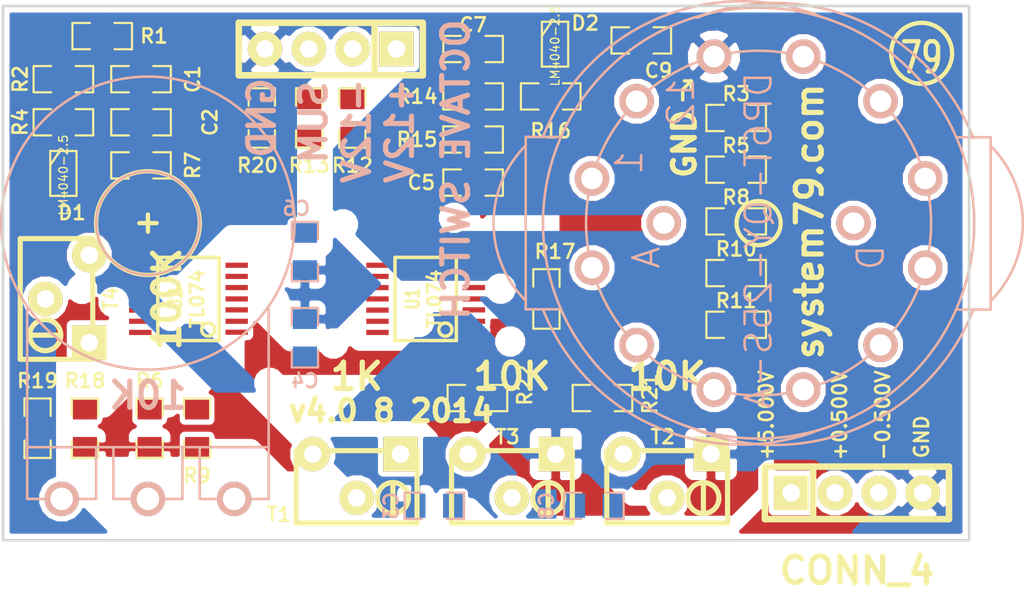
<source format=kicad_pcb>
(kicad_pcb (version 3) (host pcbnew "(2013-07-07 BZR 4022)-stable")

  (general
    (links 90)
    (no_connects 77)
    (area 24.77954 16.77992 83.629801 53.97008)
    (thickness 1.6)
    (drawings 32)
    (tracks 0)
    (zones 0)
    (modules 43)
    (nets 35)
  )

  (page A3)
  (layers
    (15 F.Cu signal)
    (0 B.Cu signal)
    (16 B.Adhes user)
    (17 F.Adhes user)
    (18 B.Paste user)
    (19 F.Paste user)
    (20 B.SilkS user)
    (21 F.SilkS user)
    (22 B.Mask user)
    (23 F.Mask user)
    (24 Dwgs.User user)
    (25 Cmts.User user)
    (26 Eco1.User user)
    (27 Eco2.User user)
    (28 Edge.Cuts user)
  )

  (setup
    (last_trace_width 0.3048)
    (trace_clearance 0.3048)
    (zone_clearance 0.3048)
    (zone_45_only no)
    (trace_min 0.254)
    (segment_width 0.25)
    (edge_width 0.15)
    (via_size 1.143)
    (via_drill 0.635)
    (via_min_size 0.889)
    (via_min_drill 0.508)
    (uvia_size 0.508)
    (uvia_drill 0.127)
    (uvias_allowed no)
    (uvia_min_size 0.508)
    (uvia_min_drill 0.127)
    (pcb_text_width 0.3)
    (pcb_text_size 1.5 1.5)
    (mod_edge_width 0.15)
    (mod_text_size 1.5 1.5)
    (mod_text_width 0.15)
    (pad_size 2 2)
    (pad_drill 1.25)
    (pad_to_mask_clearance 0.02)
    (aux_axis_origin 0 0)
    (visible_elements 7FFF7F3F)
    (pcbplotparams
      (layerselection 284196865)
      (usegerberextensions true)
      (excludeedgelayer true)
      (linewidth 0.150000)
      (plotframeref false)
      (viasonmask false)
      (mode 1)
      (useauxorigin false)
      (hpglpennumber 1)
      (hpglpenspeed 20)
      (hpglpendiameter 15)
      (hpglpenoverlay 2)
      (psnegative false)
      (psa4output false)
      (plotreference true)
      (plotvalue false)
      (plotothertext true)
      (plotinvisibletext false)
      (padsonsilk false)
      (subtractmaskfromsilk true)
      (outputformat 1)
      (mirror false)
      (drillshape 0)
      (scaleselection 1)
      (outputdirectory "Gerbers 3.0/"))
  )

  (net 0 "")
  (net 1 +0.500V)
  (net 2 +12V)
  (net 3 +2.5V)
  (net 4 +5.00V)
  (net 5 -0.500V)
  (net 6 -12V)
  (net 7 -2.5V)
  (net 8 GND)
  (net 9 N-000001)
  (net 10 N-0000010)
  (net 11 N-0000011)
  (net 12 N-0000012)
  (net 13 N-0000013)
  (net 14 N-0000014)
  (net 15 N-0000015)
  (net 16 N-0000016)
  (net 17 N-0000018)
  (net 18 N-0000019)
  (net 19 N-0000020)
  (net 20 N-0000021)
  (net 21 N-0000022)
  (net 22 N-0000023)
  (net 23 N-0000025)
  (net 24 N-0000026)
  (net 25 N-0000029)
  (net 26 N-000003)
  (net 27 N-0000033)
  (net 28 N-0000034)
  (net 29 N-0000035)
  (net 30 N-000005)
  (net 31 N-000006)
  (net 32 N-000008)
  (net 33 N-000009)
  (net 34 "SUM OUT")

  (net_class Default "This is the default net class."
    (clearance 0.3048)
    (trace_width 0.3048)
    (via_dia 1.143)
    (via_drill 0.635)
    (uvia_dia 0.508)
    (uvia_drill 0.127)
    (add_net "")
    (add_net +0.500V)
    (add_net +2.5V)
    (add_net +5.00V)
    (add_net -0.500V)
    (add_net -2.5V)
    (add_net N-000001)
    (add_net N-0000010)
    (add_net N-0000011)
    (add_net N-0000012)
    (add_net N-0000013)
    (add_net N-0000014)
    (add_net N-0000015)
    (add_net N-0000016)
    (add_net N-0000018)
    (add_net N-0000019)
    (add_net N-0000020)
    (add_net N-0000021)
    (add_net N-0000022)
    (add_net N-0000023)
    (add_net N-0000025)
    (add_net N-0000026)
    (add_net N-0000029)
    (add_net N-000003)
    (add_net N-0000033)
    (add_net N-0000034)
    (add_net N-0000035)
    (add_net N-000005)
    (add_net N-000006)
    (add_net N-000008)
    (add_net N-000009)
    (add_net "SUM OUT")
  )

  (net_class POWER ""
    (clearance 0.3048)
    (trace_width 0.3048)
    (via_dia 1.143)
    (via_drill 0.635)
    (uvia_dia 0.508)
    (uvia_drill 0.127)
    (add_net +12V)
    (add_net -12V)
    (add_net GND)
  )

  (module RV16A-41   locked (layer B.Cu) (tedit 51A159F7) (tstamp 51A1666F)
    (at 34.4 32.6 180)
    (path /519D12D5)
    (fp_text reference POT1 (at 0 13 180) (layer B.SilkS) hide
      (effects (font (size 1.524 1.524) (thickness 0.3048)) (justify mirror))
    )
    (fp_text value 10K (at 0 -9.99998 180) (layer B.SilkS)
      (effects (font (size 1.524 1.524) (thickness 0.3048)) (justify mirror))
    )
    (fp_line (start -3 -13) (end -3 -16) (layer B.SilkS) (width 0.15))
    (fp_line (start -3 -16) (end -7 -16) (layer B.SilkS) (width 0.15))
    (fp_line (start 2 -13) (end 2 -16) (layer B.SilkS) (width 0.15))
    (fp_line (start 2 -16) (end -2 -16) (layer B.SilkS) (width 0.15))
    (fp_line (start -2 -16) (end -2 -13) (layer B.SilkS) (width 0.15))
    (fp_line (start 7 -16) (end 3 -16) (layer B.SilkS) (width 0.15))
    (fp_line (start 3 -16) (end 3 -13) (layer B.SilkS) (width 0.15))
    (fp_line (start -7 -13) (end 7 -13) (layer B.SilkS) (width 0.15))
    (fp_line (start 7 -16) (end 7 -5) (layer B.SilkS) (width 0.15))
    (fp_line (start -7 -16) (end -7 -5) (layer B.SilkS) (width 0.15))
    (fp_circle (center 0 0) (end 0 -3) (layer B.SilkS) (width 0.15))
    (fp_circle (center 0 0) (end 0 -8.5) (layer B.SilkS) (width 0.15))
    (pad 2 thru_hole circle (at 0 -16 180) (size 1.99898 1.99898) (drill 1.30048)
      (layers *.Cu *.Mask B.SilkS)
      (net 11 N-0000011)
    )
    (pad 3 thru_hole circle (at 5 -16 180) (size 1.99898 1.99898) (drill 1.30048)
      (layers *.Cu *.Mask B.SilkS)
      (net 1 +0.500V)
    )
    (pad 1 thru_hole circle (at -5 -16 180) (size 1.99898 1.99898) (drill 1.30048)
      (layers *.Cu *.Mask B.SilkS)
      (net 5 -0.500V)
    )
  )

  (module SOT23 (layer F.Cu) (tedit 525EE5A2) (tstamp 51B3EE73)
    (at 29.5 29.75 270)
    (tags SOT23)
    (path /519D2401)
    (fp_text reference D1 (at 2.25 -0.5 360) (layer F.SilkS)
      (effects (font (size 0.8128 0.8128) (thickness 0.1524)))
    )
    (fp_text value LM4040-2.5 (at 0.0635 0 270) (layer F.SilkS)
      (effects (font (size 0.50038 0.50038) (thickness 0.0762)))
    )
    (fp_line (start -0.508 0.762) (end -1.27 0.254) (layer F.SilkS) (width 0.127))
    (fp_line (start 1.27 0.762) (end -1.3335 0.762) (layer F.SilkS) (width 0.127))
    (fp_line (start -1.3335 0.762) (end -1.3335 -0.762) (layer F.SilkS) (width 0.127))
    (fp_line (start -1.3335 -0.762) (end 1.27 -0.762) (layer F.SilkS) (width 0.127))
    (fp_line (start 1.27 -0.762) (end 1.27 0.762) (layer F.SilkS) (width 0.127))
    (pad 3 smd rect (at 0 -1.27 270) (size 0.70104 1.00076)
      (layers F.Cu F.Paste F.Mask)
    )
    (pad 2 smd rect (at 0.9525 1.27 270) (size 0.70104 1.00076)
      (layers F.Cu F.Paste F.Mask)
      (net 8 GND)
    )
    (pad 1 smd rect (at -0.9525 1.27 270) (size 0.70104 1.00076)
      (layers F.Cu F.Paste F.Mask)
      (net 30 N-000005)
    )
    (model smd/SOT23_6.wrl
      (at (xyz 0 0 0))
      (scale (xyz 0.11 0.11 0.11))
      (rotate (xyz 0 0 -180))
    )
  )

  (module SM0805-HAND (layer B.Cu) (tedit 539FAC60) (tstamp 51A17943)
    (at 43.5 39.25 90)
    (path /519D2BE9)
    (attr smd)
    (fp_text reference C6 (at 7.5 -0.5 180) (layer B.SilkS)
      (effects (font (size 0.8128 0.8128) (thickness 0.1524)) (justify mirror))
    )
    (fp_text value 0.1u (at 0 0 90) (layer B.SilkS) hide
      (effects (font (size 0.635 0.635) (thickness 0.127)) (justify mirror))
    )
    (fp_line (start -0.7112 -0.762) (end -1.7272 -0.762) (layer B.SilkS) (width 0.127))
    (fp_line (start -1.7272 -0.762) (end -1.7272 0.762) (layer B.SilkS) (width 0.127))
    (fp_line (start -1.7272 0.762) (end -0.7112 0.762) (layer B.SilkS) (width 0.127))
    (fp_line (start 0.7112 0.762) (end 1.7272 0.762) (layer B.SilkS) (width 0.127))
    (fp_line (start 1.7272 0.762) (end 1.7272 -0.762) (layer B.SilkS) (width 0.127))
    (fp_line (start 1.7272 -0.762) (end 0.7112 -0.762) (layer B.SilkS) (width 0.127))
    (pad 1 smd rect (at -1.0795 0 90) (size 1.143 1.397)
      (layers B.Cu B.Paste B.Mask)
      (net 2 +12V)
    )
    (pad 2 smd rect (at 1.0795 0 90) (size 1.143 1.397)
      (layers B.Cu B.Paste B.Mask)
      (net 8 GND)
    )
    (model smd/chip_cms.wrl
      (at (xyz 0 0 0))
      (scale (xyz 0.1 0.1 0.1))
      (rotate (xyz 0 0 0))
    )
  )

  (module SM0805-HAND (layer B.Cu) (tedit 539FAC68) (tstamp 51A17936)
    (at 43.5 34.25 90)
    (path /519D2BE3)
    (attr smd)
    (fp_text reference C4 (at -7.5 0 360) (layer B.SilkS)
      (effects (font (size 0.8128 0.8128) (thickness 0.1524)) (justify mirror))
    )
    (fp_text value 0.1u (at 0 0 90) (layer B.SilkS) hide
      (effects (font (size 0.635 0.635) (thickness 0.127)) (justify mirror))
    )
    (fp_line (start -0.7112 -0.762) (end -1.7272 -0.762) (layer B.SilkS) (width 0.127))
    (fp_line (start -1.7272 -0.762) (end -1.7272 0.762) (layer B.SilkS) (width 0.127))
    (fp_line (start -1.7272 0.762) (end -0.7112 0.762) (layer B.SilkS) (width 0.127))
    (fp_line (start 0.7112 0.762) (end 1.7272 0.762) (layer B.SilkS) (width 0.127))
    (fp_line (start 1.7272 0.762) (end 1.7272 -0.762) (layer B.SilkS) (width 0.127))
    (fp_line (start 1.7272 -0.762) (end 0.7112 -0.762) (layer B.SilkS) (width 0.127))
    (pad 1 smd rect (at -1.0795 0 90) (size 1.143 1.397)
      (layers B.Cu B.Paste B.Mask)
      (net 8 GND)
    )
    (pad 2 smd rect (at 1.0795 0 90) (size 1.143 1.397)
      (layers B.Cu B.Paste B.Mask)
      (net 6 -12V)
    )
    (model smd/chip_cms.wrl
      (at (xyz 0 0 0))
      (scale (xyz 0.1 0.1 0.1))
      (rotate (xyz 0 0 0))
    )
  )

  (module SM0805-HAND (layer F.Cu) (tedit 525F01A8) (tstamp 51A17CBF)
    (at 43.75 26.5 90)
    (path /519D2BD8)
    (attr smd)
    (fp_text reference R13 (at -2.75 0 180) (layer F.SilkS)
      (effects (font (size 0.8128 0.8128) (thickness 0.1524)))
    )
    (fp_text value 100K (at 0 0 90) (layer F.SilkS) hide
      (effects (font (size 0.635 0.635) (thickness 0.127)))
    )
    (fp_line (start -0.7112 0.762) (end -1.7272 0.762) (layer F.SilkS) (width 0.127))
    (fp_line (start -1.7272 0.762) (end -1.7272 -0.762) (layer F.SilkS) (width 0.127))
    (fp_line (start -1.7272 -0.762) (end -0.7112 -0.762) (layer F.SilkS) (width 0.127))
    (fp_line (start 0.7112 -0.762) (end 1.7272 -0.762) (layer F.SilkS) (width 0.127))
    (fp_line (start 1.7272 -0.762) (end 1.7272 0.762) (layer F.SilkS) (width 0.127))
    (fp_line (start 1.7272 0.762) (end 0.7112 0.762) (layer F.SilkS) (width 0.127))
    (pad 1 smd rect (at -1.0795 0 90) (size 1.143 1.397)
      (layers F.Cu F.Paste F.Mask)
      (net 9 N-000001)
    )
    (pad 2 smd rect (at 1.0795 0 90) (size 1.143 1.397)
      (layers F.Cu F.Paste F.Mask)
      (net 34 "SUM OUT")
    )
    (model smd/chip_cms.wrl
      (at (xyz 0 0 0))
      (scale (xyz 0.1 0.1 0.1))
      (rotate (xyz 0 0 0))
    )
  )

  (module SM0805-HAND (layer F.Cu) (tedit 525F515D) (tstamp 525F5187)
    (at 68.5 38.5)
    (path /519D2B88)
    (attr smd)
    (fp_text reference R11 (at 0 -1.397) (layer F.SilkS)
      (effects (font (size 0.8128 0.8128) (thickness 0.1524)))
    )
    (fp_text value 10K (at 0 0) (layer F.SilkS) hide
      (effects (font (size 0.635 0.635) (thickness 0.127)))
    )
    (fp_line (start -0.7112 0.762) (end -1.7272 0.762) (layer F.SilkS) (width 0.127))
    (fp_line (start -1.7272 0.762) (end -1.7272 -0.762) (layer F.SilkS) (width 0.127))
    (fp_line (start -1.7272 -0.762) (end -0.7112 -0.762) (layer F.SilkS) (width 0.127))
    (fp_line (start 0.7112 -0.762) (end 1.7272 -0.762) (layer F.SilkS) (width 0.127))
    (fp_line (start 1.7272 -0.762) (end 1.7272 0.762) (layer F.SilkS) (width 0.127))
    (fp_line (start 1.7272 0.762) (end 0.7112 0.762) (layer F.SilkS) (width 0.127))
    (pad 1 smd rect (at -1.0795 0) (size 1.143 1.397)
      (layers F.Cu F.Paste F.Mask)
      (net 14 N-0000014)
    )
    (pad 2 smd rect (at 1.0795 0) (size 1.143 1.397)
      (layers F.Cu F.Paste F.Mask)
      (net 4 +5.00V)
    )
    (model smd/chip_cms.wrl
      (at (xyz 0 0 0))
      (scale (xyz 0.1 0.1 0.1))
      (rotate (xyz 0 0 0))
    )
  )

  (module SM0805-HAND (layer F.Cu) (tedit 525F5157) (tstamp 525F5194)
    (at 68.5 35.5)
    (path /519D2B82)
    (attr smd)
    (fp_text reference R10 (at 0 -1.397) (layer F.SilkS)
      (effects (font (size 0.8128 0.8128) (thickness 0.1524)))
    )
    (fp_text value 10K (at 0 0) (layer F.SilkS) hide
      (effects (font (size 0.635 0.635) (thickness 0.127)))
    )
    (fp_line (start -0.7112 0.762) (end -1.7272 0.762) (layer F.SilkS) (width 0.127))
    (fp_line (start -1.7272 0.762) (end -1.7272 -0.762) (layer F.SilkS) (width 0.127))
    (fp_line (start -1.7272 -0.762) (end -0.7112 -0.762) (layer F.SilkS) (width 0.127))
    (fp_line (start 0.7112 -0.762) (end 1.7272 -0.762) (layer F.SilkS) (width 0.127))
    (fp_line (start 1.7272 -0.762) (end 1.7272 0.762) (layer F.SilkS) (width 0.127))
    (fp_line (start 1.7272 0.762) (end 0.7112 0.762) (layer F.SilkS) (width 0.127))
    (pad 1 smd rect (at -1.0795 0) (size 1.143 1.397)
      (layers F.Cu F.Paste F.Mask)
      (net 13 N-0000013)
    )
    (pad 2 smd rect (at 1.0795 0) (size 1.143 1.397)
      (layers F.Cu F.Paste F.Mask)
      (net 14 N-0000014)
    )
    (model smd/chip_cms.wrl
      (at (xyz 0 0 0))
      (scale (xyz 0.1 0.1 0.1))
      (rotate (xyz 0 0 0))
    )
  )

  (module SM0805-HAND (layer F.Cu) (tedit 525F514F) (tstamp 525F51A1)
    (at 68.5 32.5)
    (path /519D2B7C)
    (attr smd)
    (fp_text reference R8 (at 0 -1.397) (layer F.SilkS)
      (effects (font (size 0.8128 0.8128) (thickness 0.1524)))
    )
    (fp_text value 10K (at 0 0) (layer F.SilkS) hide
      (effects (font (size 0.635 0.635) (thickness 0.127)))
    )
    (fp_line (start -0.7112 0.762) (end -1.7272 0.762) (layer F.SilkS) (width 0.127))
    (fp_line (start -1.7272 0.762) (end -1.7272 -0.762) (layer F.SilkS) (width 0.127))
    (fp_line (start -1.7272 -0.762) (end -0.7112 -0.762) (layer F.SilkS) (width 0.127))
    (fp_line (start 0.7112 -0.762) (end 1.7272 -0.762) (layer F.SilkS) (width 0.127))
    (fp_line (start 1.7272 -0.762) (end 1.7272 0.762) (layer F.SilkS) (width 0.127))
    (fp_line (start 1.7272 0.762) (end 0.7112 0.762) (layer F.SilkS) (width 0.127))
    (pad 1 smd rect (at -1.0795 0) (size 1.143 1.397)
      (layers F.Cu F.Paste F.Mask)
      (net 12 N-0000012)
    )
    (pad 2 smd rect (at 1.0795 0) (size 1.143 1.397)
      (layers F.Cu F.Paste F.Mask)
      (net 13 N-0000013)
    )
    (model smd/chip_cms.wrl
      (at (xyz 0 0 0))
      (scale (xyz 0.1 0.1 0.1))
      (rotate (xyz 0 0 0))
    )
  )

  (module SM0805-HAND (layer F.Cu) (tedit 525F5144) (tstamp 525F51AE)
    (at 68.5 29.5)
    (path /519D2B76)
    (attr smd)
    (fp_text reference R5 (at 0 -1.397) (layer F.SilkS)
      (effects (font (size 0.8128 0.8128) (thickness 0.1524)))
    )
    (fp_text value 10K (at 0 0) (layer F.SilkS) hide
      (effects (font (size 0.635 0.635) (thickness 0.127)))
    )
    (fp_line (start -0.7112 0.762) (end -1.7272 0.762) (layer F.SilkS) (width 0.127))
    (fp_line (start -1.7272 0.762) (end -1.7272 -0.762) (layer F.SilkS) (width 0.127))
    (fp_line (start -1.7272 -0.762) (end -0.7112 -0.762) (layer F.SilkS) (width 0.127))
    (fp_line (start 0.7112 -0.762) (end 1.7272 -0.762) (layer F.SilkS) (width 0.127))
    (fp_line (start 1.7272 -0.762) (end 1.7272 0.762) (layer F.SilkS) (width 0.127))
    (fp_line (start 1.7272 0.762) (end 0.7112 0.762) (layer F.SilkS) (width 0.127))
    (pad 1 smd rect (at -1.0795 0) (size 1.143 1.397)
      (layers F.Cu F.Paste F.Mask)
      (net 16 N-0000016)
    )
    (pad 2 smd rect (at 1.0795 0) (size 1.143 1.397)
      (layers F.Cu F.Paste F.Mask)
      (net 12 N-0000012)
    )
    (model smd/chip_cms.wrl
      (at (xyz 0 0 0))
      (scale (xyz 0.1 0.1 0.1))
      (rotate (xyz 0 0 0))
    )
  )

  (module SM0805-HAND (layer F.Cu) (tedit 525F513C) (tstamp 525F51BB)
    (at 68.5 26.5)
    (path /519D2B70)
    (attr smd)
    (fp_text reference R3 (at 0 -1.397) (layer F.SilkS)
      (effects (font (size 0.8128 0.8128) (thickness 0.1524)))
    )
    (fp_text value 10K (at 0 0) (layer F.SilkS) hide
      (effects (font (size 0.635 0.635) (thickness 0.127)))
    )
    (fp_line (start -0.7112 0.762) (end -1.7272 0.762) (layer F.SilkS) (width 0.127))
    (fp_line (start -1.7272 0.762) (end -1.7272 -0.762) (layer F.SilkS) (width 0.127))
    (fp_line (start -1.7272 -0.762) (end -0.7112 -0.762) (layer F.SilkS) (width 0.127))
    (fp_line (start 0.7112 -0.762) (end 1.7272 -0.762) (layer F.SilkS) (width 0.127))
    (fp_line (start 1.7272 -0.762) (end 1.7272 0.762) (layer F.SilkS) (width 0.127))
    (fp_line (start 1.7272 0.762) (end 0.7112 0.762) (layer F.SilkS) (width 0.127))
    (pad 1 smd rect (at -1.0795 0) (size 1.143 1.397)
      (layers F.Cu F.Paste F.Mask)
      (net 8 GND)
    )
    (pad 2 smd rect (at 1.0795 0) (size 1.143 1.397)
      (layers F.Cu F.Paste F.Mask)
      (net 16 N-0000016)
    )
    (model smd/chip_cms.wrl
      (at (xyz 0 0 0))
      (scale (xyz 0.1 0.1 0.1))
      (rotate (xyz 0 0 0))
    )
  )

  (module SM0805-HAND (layer F.Cu) (tedit 525EE57E) (tstamp 525DFA7B)
    (at 34 29.25)
    (path /519D2A89)
    (attr smd)
    (fp_text reference R7 (at 3 0 90) (layer F.SilkS)
      (effects (font (size 0.8128 0.8128) (thickness 0.1524)))
    )
    (fp_text value 33K (at 0 0) (layer F.SilkS) hide
      (effects (font (size 0.635 0.635) (thickness 0.127)))
    )
    (fp_line (start -0.7112 0.762) (end -1.7272 0.762) (layer F.SilkS) (width 0.127))
    (fp_line (start -1.7272 0.762) (end -1.7272 -0.762) (layer F.SilkS) (width 0.127))
    (fp_line (start -1.7272 -0.762) (end -0.7112 -0.762) (layer F.SilkS) (width 0.127))
    (fp_line (start 0.7112 -0.762) (end 1.7272 -0.762) (layer F.SilkS) (width 0.127))
    (fp_line (start 1.7272 -0.762) (end 1.7272 0.762) (layer F.SilkS) (width 0.127))
    (fp_line (start 1.7272 0.762) (end 0.7112 0.762) (layer F.SilkS) (width 0.127))
    (pad 1 smd rect (at -1.0795 0) (size 1.143 1.397)
      (layers F.Cu F.Paste F.Mask)
      (net 29 N-0000035)
    )
    (pad 2 smd rect (at 1.0795 0) (size 1.143 1.397)
      (layers F.Cu F.Paste F.Mask)
      (net 3 +2.5V)
    )
    (model smd/chip_cms.wrl
      (at (xyz 0 0 0))
      (scale (xyz 0.1 0.1 0.1))
      (rotate (xyz 0 0 0))
    )
  )

  (module SM0805-HAND (layer F.Cu) (tedit 525EE589) (tstamp 51A178CE)
    (at 29.5 24.25)
    (path /519D2A6D)
    (attr smd)
    (fp_text reference R2 (at -2.5 0 90) (layer F.SilkS)
      (effects (font (size 0.8128 0.8128) (thickness 0.1524)))
    )
    (fp_text value 4.7K (at 0 0) (layer F.SilkS) hide
      (effects (font (size 0.635 0.635) (thickness 0.127)))
    )
    (fp_line (start -0.7112 0.762) (end -1.7272 0.762) (layer F.SilkS) (width 0.127))
    (fp_line (start -1.7272 0.762) (end -1.7272 -0.762) (layer F.SilkS) (width 0.127))
    (fp_line (start -1.7272 -0.762) (end -0.7112 -0.762) (layer F.SilkS) (width 0.127))
    (fp_line (start 0.7112 -0.762) (end 1.7272 -0.762) (layer F.SilkS) (width 0.127))
    (fp_line (start 1.7272 -0.762) (end 1.7272 0.762) (layer F.SilkS) (width 0.127))
    (fp_line (start 1.7272 0.762) (end 0.7112 0.762) (layer F.SilkS) (width 0.127))
    (pad 1 smd rect (at -1.0795 0) (size 1.143 1.397)
      (layers F.Cu F.Paste F.Mask)
      (net 30 N-000005)
    )
    (pad 2 smd rect (at 1.0795 0) (size 1.143 1.397)
      (layers F.Cu F.Paste F.Mask)
      (net 31 N-000006)
    )
    (model smd/chip_cms.wrl
      (at (xyz 0 0 0))
      (scale (xyz 0.1 0.1 0.1))
      (rotate (xyz 0 0 0))
    )
  )

  (module SM0805-HAND (layer F.Cu) (tedit 525EE57A) (tstamp 51A178C1)
    (at 34 24.25)
    (path /519D1988)
    (attr smd)
    (fp_text reference C1 (at 3 0 90) (layer F.SilkS)
      (effects (font (size 0.8128 0.8128) (thickness 0.1524)))
    )
    (fp_text value 0.1u (at 0 0) (layer F.SilkS) hide
      (effects (font (size 0.635 0.635) (thickness 0.127)))
    )
    (fp_line (start -0.7112 0.762) (end -1.7272 0.762) (layer F.SilkS) (width 0.127))
    (fp_line (start -1.7272 0.762) (end -1.7272 -0.762) (layer F.SilkS) (width 0.127))
    (fp_line (start -1.7272 -0.762) (end -0.7112 -0.762) (layer F.SilkS) (width 0.127))
    (fp_line (start 0.7112 -0.762) (end 1.7272 -0.762) (layer F.SilkS) (width 0.127))
    (fp_line (start 1.7272 -0.762) (end 1.7272 0.762) (layer F.SilkS) (width 0.127))
    (fp_line (start 1.7272 0.762) (end 0.7112 0.762) (layer F.SilkS) (width 0.127))
    (pad 1 smd rect (at -1.0795 0) (size 1.143 1.397)
      (layers F.Cu F.Paste F.Mask)
      (net 31 N-000006)
    )
    (pad 2 smd rect (at 1.0795 0) (size 1.143 1.397)
      (layers F.Cu F.Paste F.Mask)
      (net 8 GND)
    )
    (model smd/chip_cms.wrl
      (at (xyz 0 0 0))
      (scale (xyz 0.1 0.1 0.1))
      (rotate (xyz 0 0 0))
    )
  )

  (module SM0805-HAND (layer F.Cu) (tedit 525F01B1) (tstamp 51A178B4)
    (at 46.25 26.5 90)
    (path /519D163B)
    (attr smd)
    (fp_text reference R12 (at -2.75 0 180) (layer F.SilkS)
      (effects (font (size 0.8128 0.8128) (thickness 0.1524)))
    )
    (fp_text value 100K (at 0 0 90) (layer F.SilkS) hide
      (effects (font (size 0.635 0.635) (thickness 0.127)))
    )
    (fp_line (start -0.7112 0.762) (end -1.7272 0.762) (layer F.SilkS) (width 0.127))
    (fp_line (start -1.7272 0.762) (end -1.7272 -0.762) (layer F.SilkS) (width 0.127))
    (fp_line (start -1.7272 -0.762) (end -0.7112 -0.762) (layer F.SilkS) (width 0.127))
    (fp_line (start 0.7112 -0.762) (end 1.7272 -0.762) (layer F.SilkS) (width 0.127))
    (fp_line (start 1.7272 -0.762) (end 1.7272 0.762) (layer F.SilkS) (width 0.127))
    (fp_line (start 1.7272 0.762) (end 0.7112 0.762) (layer F.SilkS) (width 0.127))
    (pad 1 smd rect (at -1.0795 0 90) (size 1.143 1.397)
      (layers F.Cu F.Paste F.Mask)
      (net 15 N-0000015)
    )
    (pad 2 smd rect (at 1.0795 0 90) (size 1.143 1.397)
      (layers F.Cu F.Paste F.Mask)
      (net 34 "SUM OUT")
    )
    (model smd/chip_cms.wrl
      (at (xyz 0 0 0))
      (scale (xyz 0.1 0.1 0.1))
      (rotate (xyz 0 0 0))
    )
  )

  (module SM0805-HAND (layer F.Cu) (tedit 539B3FD6) (tstamp 525E0007)
    (at 53.25 30.25)
    (path /519D1571)
    (attr smd)
    (fp_text reference C5 (at -3 0) (layer F.SilkS)
      (effects (font (size 0.8128 0.8128) (thickness 0.1524)))
    )
    (fp_text value 0.001u (at 0 0) (layer F.SilkS) hide
      (effects (font (size 0.635 0.635) (thickness 0.127)))
    )
    (fp_line (start -0.7112 0.762) (end -1.7272 0.762) (layer F.SilkS) (width 0.127))
    (fp_line (start -1.7272 0.762) (end -1.7272 -0.762) (layer F.SilkS) (width 0.127))
    (fp_line (start -1.7272 -0.762) (end -0.7112 -0.762) (layer F.SilkS) (width 0.127))
    (fp_line (start 0.7112 -0.762) (end 1.7272 -0.762) (layer F.SilkS) (width 0.127))
    (fp_line (start 1.7272 -0.762) (end 1.7272 0.762) (layer F.SilkS) (width 0.127))
    (fp_line (start 1.7272 0.762) (end 0.7112 0.762) (layer F.SilkS) (width 0.127))
    (pad 1 smd rect (at -1.0795 0) (size 1.143 1.397)
      (layers F.Cu F.Paste F.Mask)
      (net 26 N-000003)
    )
    (pad 2 smd rect (at 1.0795 0) (size 1.143 1.397)
      (layers F.Cu F.Paste F.Mask)
      (net 8 GND)
    )
    (model smd/chip_cms.wrl
      (at (xyz 0 0 0))
      (scale (xyz 0.1 0.1 0.1))
      (rotate (xyz 0 0 0))
    )
  )

  (module SM0805-HAND (layer B.Cu) (tedit 525F049E) (tstamp 51A21D89)
    (at 51 49)
    (path /519D137C)
    (attr smd)
    (fp_text reference C3 (at -2.5 0 90) (layer B.SilkS)
      (effects (font (size 0.8128 0.8128) (thickness 0.1524)) (justify mirror))
    )
    (fp_text value 0.001u (at 0 0) (layer B.SilkS) hide
      (effects (font (size 0.635 0.635) (thickness 0.127)) (justify mirror))
    )
    (fp_line (start -0.7112 -0.762) (end -1.7272 -0.762) (layer B.SilkS) (width 0.127))
    (fp_line (start -1.7272 -0.762) (end -1.7272 0.762) (layer B.SilkS) (width 0.127))
    (fp_line (start -1.7272 0.762) (end -0.7112 0.762) (layer B.SilkS) (width 0.127))
    (fp_line (start 0.7112 0.762) (end 1.7272 0.762) (layer B.SilkS) (width 0.127))
    (fp_line (start 1.7272 0.762) (end 1.7272 -0.762) (layer B.SilkS) (width 0.127))
    (fp_line (start 1.7272 -0.762) (end 0.7112 -0.762) (layer B.SilkS) (width 0.127))
    (pad 1 smd rect (at -1.0795 0) (size 1.143 1.397)
      (layers B.Cu B.Paste B.Mask)
      (net 8 GND)
    )
    (pad 2 smd rect (at 1.0795 0) (size 1.143 1.397)
      (layers B.Cu B.Paste B.Mask)
      (net 5 -0.500V)
    )
    (model smd/chip_cms.wrl
      (at (xyz 0 0 0))
      (scale (xyz 0.1 0.1 0.1))
      (rotate (xyz 0 0 0))
    )
  )

  (module SM0805-HAND (layer F.Cu) (tedit 525F018F) (tstamp 525DFC6C)
    (at 37.25 44.5 270)
    (path /519D0FCF)
    (attr smd)
    (fp_text reference R9 (at 2.75 0 360) (layer F.SilkS)
      (effects (font (size 0.8128 0.8128) (thickness 0.1524)))
    )
    (fp_text value 9.53K (at 0 0 270) (layer F.SilkS) hide
      (effects (font (size 0.635 0.635) (thickness 0.127)))
    )
    (fp_line (start -0.7112 0.762) (end -1.7272 0.762) (layer F.SilkS) (width 0.127))
    (fp_line (start -1.7272 0.762) (end -1.7272 -0.762) (layer F.SilkS) (width 0.127))
    (fp_line (start -1.7272 -0.762) (end -0.7112 -0.762) (layer F.SilkS) (width 0.127))
    (fp_line (start 0.7112 -0.762) (end 1.7272 -0.762) (layer F.SilkS) (width 0.127))
    (fp_line (start 1.7272 -0.762) (end 1.7272 0.762) (layer F.SilkS) (width 0.127))
    (fp_line (start 1.7272 0.762) (end 0.7112 0.762) (layer F.SilkS) (width 0.127))
    (pad 1 smd rect (at -1.0795 0 270) (size 1.143 1.397)
      (layers F.Cu F.Paste F.Mask)
      (net 27 N-0000033)
    )
    (pad 2 smd rect (at 1.0795 0 270) (size 1.143 1.397)
      (layers F.Cu F.Paste F.Mask)
      (net 25 N-0000029)
    )
    (model smd/chip_cms.wrl
      (at (xyz 0 0 0))
      (scale (xyz 0.1 0.1 0.1))
      (rotate (xyz 0 0 0))
    )
  )

  (module SM0805-HAND (layer F.Cu) (tedit 525EE571) (tstamp 51A17880)
    (at 34 26.75)
    (path /519D0F8A)
    (attr smd)
    (fp_text reference C2 (at 4 0 90) (layer F.SilkS)
      (effects (font (size 0.8128 0.8128) (thickness 0.1524)))
    )
    (fp_text value 0.1u (at 0 0) (layer F.SilkS) hide
      (effects (font (size 0.635 0.635) (thickness 0.127)))
    )
    (fp_line (start -0.7112 0.762) (end -1.7272 0.762) (layer F.SilkS) (width 0.127))
    (fp_line (start -1.7272 0.762) (end -1.7272 -0.762) (layer F.SilkS) (width 0.127))
    (fp_line (start -1.7272 -0.762) (end -0.7112 -0.762) (layer F.SilkS) (width 0.127))
    (fp_line (start 0.7112 -0.762) (end 1.7272 -0.762) (layer F.SilkS) (width 0.127))
    (fp_line (start 1.7272 -0.762) (end 1.7272 0.762) (layer F.SilkS) (width 0.127))
    (fp_line (start 1.7272 0.762) (end 0.7112 0.762) (layer F.SilkS) (width 0.127))
    (pad 1 smd rect (at -1.0795 0) (size 1.143 1.397)
      (layers F.Cu F.Paste F.Mask)
      (net 29 N-0000035)
    )
    (pad 2 smd rect (at 1.0795 0) (size 1.143 1.397)
      (layers F.Cu F.Paste F.Mask)
      (net 8 GND)
    )
    (model smd/chip_cms.wrl
      (at (xyz 0 0 0))
      (scale (xyz 0.1 0.1 0.1))
      (rotate (xyz 0 0 0))
    )
  )

  (module SM0805-HAND (layer F.Cu) (tedit 525F0189) (tstamp 525DFC52)
    (at 34.5 44.5 90)
    (path /519D0F4A)
    (attr smd)
    (fp_text reference R6 (at 2.75 0 180) (layer F.SilkS)
      (effects (font (size 0.8128 0.8128) (thickness 0.1524)))
    )
    (fp_text value 10K (at 0 0 90) (layer F.SilkS) hide
      (effects (font (size 0.635 0.635) (thickness 0.127)))
    )
    (fp_line (start -0.7112 0.762) (end -1.7272 0.762) (layer F.SilkS) (width 0.127))
    (fp_line (start -1.7272 0.762) (end -1.7272 -0.762) (layer F.SilkS) (width 0.127))
    (fp_line (start -1.7272 -0.762) (end -0.7112 -0.762) (layer F.SilkS) (width 0.127))
    (fp_line (start 0.7112 -0.762) (end 1.7272 -0.762) (layer F.SilkS) (width 0.127))
    (fp_line (start 1.7272 -0.762) (end 1.7272 0.762) (layer F.SilkS) (width 0.127))
    (fp_line (start 1.7272 0.762) (end 0.7112 0.762) (layer F.SilkS) (width 0.127))
    (pad 1 smd rect (at -1.0795 0 90) (size 1.143 1.397)
      (layers F.Cu F.Paste F.Mask)
      (net 8 GND)
    )
    (pad 2 smd rect (at 1.0795 0 90) (size 1.143 1.397)
      (layers F.Cu F.Paste F.Mask)
      (net 27 N-0000033)
    )
    (model smd/chip_cms.wrl
      (at (xyz 0 0 0))
      (scale (xyz 0.1 0.1 0.1))
      (rotate (xyz 0 0 0))
    )
  )

  (module SM0805-HAND (layer F.Cu) (tedit 525EE591) (tstamp 51A17866)
    (at 29.5 26.75)
    (path /519D0F44)
    (attr smd)
    (fp_text reference R4 (at -2.5 0 90) (layer F.SilkS)
      (effects (font (size 0.8128 0.8128) (thickness 0.1524)))
    )
    (fp_text value 33K (at 0 0) (layer F.SilkS) hide
      (effects (font (size 0.635 0.635) (thickness 0.127)))
    )
    (fp_line (start -0.7112 0.762) (end -1.7272 0.762) (layer F.SilkS) (width 0.127))
    (fp_line (start -1.7272 0.762) (end -1.7272 -0.762) (layer F.SilkS) (width 0.127))
    (fp_line (start -1.7272 -0.762) (end -0.7112 -0.762) (layer F.SilkS) (width 0.127))
    (fp_line (start 0.7112 -0.762) (end 1.7272 -0.762) (layer F.SilkS) (width 0.127))
    (fp_line (start 1.7272 -0.762) (end 1.7272 0.762) (layer F.SilkS) (width 0.127))
    (fp_line (start 1.7272 0.762) (end 0.7112 0.762) (layer F.SilkS) (width 0.127))
    (pad 1 smd rect (at -1.0795 0) (size 1.143 1.397)
      (layers F.Cu F.Paste F.Mask)
      (net 30 N-000005)
    )
    (pad 2 smd rect (at 1.0795 0) (size 1.143 1.397)
      (layers F.Cu F.Paste F.Mask)
      (net 29 N-0000035)
    )
    (model smd/chip_cms.wrl
      (at (xyz 0 0 0))
      (scale (xyz 0.1 0.1 0.1))
      (rotate (xyz 0 0 0))
    )
  )

  (module SM0805-HAND (layer F.Cu) (tedit 53A07B13) (tstamp 51A17859)
    (at 31.75 21.75)
    (path /519D0F3E)
    (attr smd)
    (fp_text reference R1 (at 3 0) (layer F.SilkS)
      (effects (font (size 0.8128 0.8128) (thickness 0.1524)))
    )
    (fp_text value 4.7K (at 0 0) (layer F.SilkS) hide
      (effects (font (size 0.635 0.635) (thickness 0.127)))
    )
    (fp_line (start -0.7112 0.762) (end -1.7272 0.762) (layer F.SilkS) (width 0.127))
    (fp_line (start -1.7272 0.762) (end -1.7272 -0.762) (layer F.SilkS) (width 0.127))
    (fp_line (start -1.7272 -0.762) (end -0.7112 -0.762) (layer F.SilkS) (width 0.127))
    (fp_line (start 0.7112 -0.762) (end 1.7272 -0.762) (layer F.SilkS) (width 0.127))
    (fp_line (start 1.7272 -0.762) (end 1.7272 0.762) (layer F.SilkS) (width 0.127))
    (fp_line (start 1.7272 0.762) (end 0.7112 0.762) (layer F.SilkS) (width 0.127))
    (pad 1 smd rect (at -1.0795 0) (size 1.143 1.397)
      (layers F.Cu F.Paste F.Mask)
      (net 31 N-000006)
    )
    (pad 2 smd rect (at 1.0795 0) (size 1.143 1.397)
      (layers F.Cu F.Paste F.Mask)
      (net 2 +12V)
    )
    (model smd/chip_cms.wrl
      (at (xyz 0 0 0))
      (scale (xyz 0.1 0.1 0.1))
      (rotate (xyz 0 0 0))
    )
  )

  (module CONN_0100_X_4 (layer F.Cu) (tedit 51F423C4) (tstamp 51A1784C)
    (at 45 22.5 180)
    (path /519D2609)
    (fp_text reference P2 (at 0 -5.00126 180) (layer F.SilkS) hide
      (effects (font (size 1.524 1.524) (thickness 0.3048)))
    )
    (fp_text value CONN_4 (at 0 4.50088 180) (layer F.SilkS) hide
      (effects (font (size 1.524 1.524) (thickness 0.3048)))
    )
    (fp_line (start -2.54 -1.524) (end -2.54 1.524) (layer F.SilkS) (width 0.381))
    (fp_line (start -5.334 -1.524) (end -5.334 1.524) (layer F.SilkS) (width 0.381))
    (fp_line (start -5.334 1.524) (end 5.334 1.524) (layer F.SilkS) (width 0.381))
    (fp_line (start 5.334 1.524) (end 5.334 -1.524) (layer F.SilkS) (width 0.381))
    (fp_line (start 5.334 -1.524) (end -5.334 -1.524) (layer F.SilkS) (width 0.381))
    (pad 1 thru_hole rect (at -3.81 0 180) (size 1.99898 1.99898) (drill 1.016)
      (layers *.Cu *.Mask F.SilkS)
      (net 2 +12V)
    )
    (pad 2 thru_hole circle (at -1.27 0 180) (size 1.99898 1.99898) (drill 1.016)
      (layers *.Cu *.Mask F.SilkS)
      (net 6 -12V)
    )
    (pad 3 thru_hole circle (at 1.27 0 180) (size 1.99898 1.99898) (drill 1.016)
      (layers *.Cu *.Mask F.SilkS)
      (net 34 "SUM OUT")
    )
    (pad 4 thru_hole circle (at 3.81 0 180) (size 1.99898 1.99898) (drill 1.016)
      (layers *.Cu *.Mask F.SilkS)
      (net 8 GND)
    )
  )

  (module QY-25S-2P6C-JRL   locked (layer B.Cu) (tedit 51B63AE2) (tstamp 51A179EF)
    (at 69.8 32.6 270)
    (path /51965C24)
    (fp_text reference SW1 (at 0 17 270) (layer B.SilkS) hide
      (effects (font (size 1.5 1.5) (thickness 0.15)) (justify mirror))
    )
    (fp_text value DP6T-QY-25S-A (at 1 0 270) (layer B.SilkS)
      (effects (font (size 1.5 1.5) (thickness 0.15)) (justify mirror))
    )
    (fp_text user 12 (at -7 4.5 270) (layer B.SilkS)
      (effects (font (size 1.5 1.5) (thickness 0.15)) (justify mirror))
    )
    (fp_text user 1 (at -3.5 7.5 270) (layer B.SilkS)
      (effects (font (size 1.5 1.5) (thickness 0.15)) (justify mirror))
    )
    (fp_text user D (at 2 -6.5 270) (layer B.SilkS)
      (effects (font (size 1.5 1.5) (thickness 0.15)) (justify mirror))
    )
    (fp_text user A (at 2 6.5 270) (layer B.SilkS)
      (effects (font (size 1.5 1.5) (thickness 0.15)) (justify mirror))
    )
    (fp_line (start -4.98 -13.45) (end 5.02 -13.45) (layer B.SilkS) (width 0.15))
    (fp_line (start -4.98 -13.45) (end -4.98 -11.45) (layer B.SilkS) (width 0.15))
    (fp_line (start 5.02 -13.45) (end 5.02 -11.45) (layer B.SilkS) (width 0.15))
    (fp_arc (start 0.02 -8.95) (end -4.48 -13.45) (angle 90) (layer B.SilkS) (width 0.15))
    (fp_arc (start 0.52 -0.95) (end 5.02 -12.45) (angle 90) (layer B.SilkS) (width 0.15))
    (fp_arc (start -0.42 -0.95) (end -4.92 -12.45) (angle -90) (layer B.SilkS) (width 0.15))
    (fp_arc (start -0.52 0.99) (end -5.02 12.49) (angle 90) (layer B.SilkS) (width 0.15))
    (fp_arc (start 0.5 1) (end 5 12.5) (angle -90) (layer B.SilkS) (width 0.15))
    (fp_arc (start 0 9) (end -4.5 13.5) (angle -90) (layer B.SilkS) (width 0.15))
    (fp_line (start 5 13.5) (end 5 11.5) (layer B.SilkS) (width 0.15))
    (fp_line (start -5 13.5) (end -5 11.5) (layer B.SilkS) (width 0.15))
    (fp_line (start -5 13.5) (end 5 13.5) (layer B.SilkS) (width 0.15))
    (fp_circle (center 0 0) (end 12.5 0) (layer B.SilkS) (width 0.15))
    (fp_circle (center 0 0) (end 0 10) (layer B.SilkS) (width 0.15))
    (pad 1 thru_hole circle (at -2.59 9.66 90) (size 2 2) (drill 1.25)
      (layers *.Cu *.Mask B.SilkS)
      (net 12 N-0000012)
    )
    (pad 12 thru_hole circle (at -7.07 7.07 90) (size 2 2) (drill 1.25)
      (layers *.Cu *.Mask B.SilkS)
      (net 16 N-0000016)
    )
    (pad 11 thru_hole circle (at -9.66 2.59 90) (size 2 2) (drill 1.25)
      (layers *.Cu *.Mask B.SilkS)
      (net 8 GND)
    )
    (pad 10 thru_hole circle (at -9.66 -2.59 90) (size 2 2) (drill 1.25)
      (layers *.Cu *.Mask B.SilkS)
    )
    (pad 9 thru_hole circle (at -7.07 -7.07 90) (size 2 2) (drill 1.25)
      (layers *.Cu *.Mask B.SilkS)
    )
    (pad 8 thru_hole circle (at -2.59 -9.66 90) (size 2 2) (drill 1.25)
      (layers *.Cu *.Mask B.SilkS)
    )
    (pad D thru_hole circle (at 0 -5.5 270) (size 2 2) (drill 1.25)
      (layers *.Cu *.Mask B.SilkS)
    )
    (pad A thru_hole circle (at 0 5.5 270) (size 2 2) (drill 1.25)
      (layers *.Cu *.Mask B.SilkS)
      (net 26 N-000003)
    )
    (pad 2 thru_hole circle (at 2.59 9.66 270) (size 2 2) (drill 1.25)
      (layers *.Cu *.Mask B.SilkS)
      (net 13 N-0000013)
    )
    (pad 3 thru_hole circle (at 7.07 7.07 270) (size 2 2) (drill 1.25)
      (layers *.Cu *.Mask B.SilkS)
      (net 14 N-0000014)
    )
    (pad 4 thru_hole circle (at 9.66 2.59 270) (size 2 2) (drill 1.25)
      (layers *.Cu *.Mask B.SilkS)
      (net 4 +5.00V)
    )
    (pad 5 thru_hole circle (at 9.66 -2.59 270) (size 2 2) (drill 1.25)
      (layers *.Cu *.Mask B.SilkS)
    )
    (pad 6 thru_hole circle (at 7.07 -7.07 270) (size 2 2) (drill 1.25)
      (layers *.Cu *.Mask B.SilkS)
    )
    (pad 7 thru_hole circle (at 2.59 -9.66 270) (size 2 2) (drill 1.25)
      (layers *.Cu *.Mask B.SilkS)
    )
  )

  (module SOT23 (layer F.Cu) (tedit 525F0216) (tstamp 5240F434)
    (at 58 22.25 270)
    (tags SOT23)
    (path /5237C544)
    (fp_text reference D2 (at -1.25 -1.75 360) (layer F.SilkS)
      (effects (font (size 0.8128 0.8128) (thickness 0.1524)))
    )
    (fp_text value LM4040-2.5 (at 0.0635 0 270) (layer F.SilkS)
      (effects (font (size 0.50038 0.50038) (thickness 0.0762)))
    )
    (fp_line (start -0.508 0.762) (end -1.27 0.254) (layer F.SilkS) (width 0.127))
    (fp_line (start 1.27 0.762) (end -1.3335 0.762) (layer F.SilkS) (width 0.127))
    (fp_line (start -1.3335 0.762) (end -1.3335 -0.762) (layer F.SilkS) (width 0.127))
    (fp_line (start -1.3335 -0.762) (end 1.27 -0.762) (layer F.SilkS) (width 0.127))
    (fp_line (start 1.27 -0.762) (end 1.27 0.762) (layer F.SilkS) (width 0.127))
    (pad 3 smd rect (at 0 -1.27 270) (size 0.70104 1.00076)
      (layers F.Cu F.Paste F.Mask)
    )
    (pad 2 smd rect (at 0.9525 1.27 270) (size 0.70104 1.00076)
      (layers F.Cu F.Paste F.Mask)
      (net 33 N-000009)
    )
    (pad 1 smd rect (at -0.9525 1.27 270) (size 0.70104 1.00076)
      (layers F.Cu F.Paste F.Mask)
      (net 8 GND)
    )
    (model smd/SOT23_6.wrl
      (at (xyz 0 0 0))
      (scale (xyz 0.11 0.11 0.11))
      (rotate (xyz 0 0 -180))
    )
  )

  (module SM0805-HAND (layer F.Cu) (tedit 525F01F8) (tstamp 523E5B85)
    (at 57.75 25.25)
    (path /5237C54A)
    (attr smd)
    (fp_text reference R16 (at 0 2) (layer F.SilkS)
      (effects (font (size 0.8128 0.8128) (thickness 0.1524)))
    )
    (fp_text value 33K (at 0 0) (layer F.SilkS) hide
      (effects (font (size 0.635 0.635) (thickness 0.127)))
    )
    (fp_line (start -0.7112 0.762) (end -1.7272 0.762) (layer F.SilkS) (width 0.127))
    (fp_line (start -1.7272 0.762) (end -1.7272 -0.762) (layer F.SilkS) (width 0.127))
    (fp_line (start -1.7272 -0.762) (end -0.7112 -0.762) (layer F.SilkS) (width 0.127))
    (fp_line (start 0.7112 -0.762) (end 1.7272 -0.762) (layer F.SilkS) (width 0.127))
    (fp_line (start 1.7272 -0.762) (end 1.7272 0.762) (layer F.SilkS) (width 0.127))
    (fp_line (start 1.7272 0.762) (end 0.7112 0.762) (layer F.SilkS) (width 0.127))
    (pad 1 smd rect (at -1.0795 0) (size 1.143 1.397)
      (layers F.Cu F.Paste F.Mask)
      (net 33 N-000009)
    )
    (pad 2 smd rect (at 1.0795 0) (size 1.143 1.397)
      (layers F.Cu F.Paste F.Mask)
      (net 10 N-0000010)
    )
    (model smd/chip_cms.wrl
      (at (xyz 0 0 0))
      (scale (xyz 0.1 0.1 0.1))
      (rotate (xyz 0 0 0))
    )
  )

  (module SM0805-HAND (layer F.Cu) (tedit 525F01F1) (tstamp 523E5B91)
    (at 63 22)
    (path /5237C556)
    (attr smd)
    (fp_text reference C9 (at 1 1.75) (layer F.SilkS)
      (effects (font (size 0.8128 0.8128) (thickness 0.1524)))
    )
    (fp_text value 0.1u (at 0 0) (layer F.SilkS) hide
      (effects (font (size 0.635 0.635) (thickness 0.127)))
    )
    (fp_line (start -0.7112 0.762) (end -1.7272 0.762) (layer F.SilkS) (width 0.127))
    (fp_line (start -1.7272 0.762) (end -1.7272 -0.762) (layer F.SilkS) (width 0.127))
    (fp_line (start -1.7272 -0.762) (end -0.7112 -0.762) (layer F.SilkS) (width 0.127))
    (fp_line (start 0.7112 -0.762) (end 1.7272 -0.762) (layer F.SilkS) (width 0.127))
    (fp_line (start 1.7272 -0.762) (end 1.7272 0.762) (layer F.SilkS) (width 0.127))
    (fp_line (start 1.7272 0.762) (end 0.7112 0.762) (layer F.SilkS) (width 0.127))
    (pad 1 smd rect (at -1.0795 0) (size 1.143 1.397)
      (layers F.Cu F.Paste F.Mask)
      (net 10 N-0000010)
    )
    (pad 2 smd rect (at 1.0795 0) (size 1.143 1.397)
      (layers F.Cu F.Paste F.Mask)
      (net 8 GND)
    )
    (model smd/chip_cms.wrl
      (at (xyz 0 0 0))
      (scale (xyz 0.1 0.1 0.1))
      (rotate (xyz 0 0 0))
    )
  )

  (module SM0805-HAND (layer F.Cu) (tedit 539FAC4B) (tstamp 5245044A)
    (at 57.5 37 270)
    (path /5237C56E)
    (attr smd)
    (fp_text reference R17 (at -2.75 -0.5 360) (layer F.SilkS)
      (effects (font (size 0.8128 0.8128) (thickness 0.1524)))
    )
    (fp_text value 33K (at 0 0 270) (layer F.SilkS) hide
      (effects (font (size 0.635 0.635) (thickness 0.127)))
    )
    (fp_line (start -0.7112 0.762) (end -1.7272 0.762) (layer F.SilkS) (width 0.127))
    (fp_line (start -1.7272 0.762) (end -1.7272 -0.762) (layer F.SilkS) (width 0.127))
    (fp_line (start -1.7272 -0.762) (end -0.7112 -0.762) (layer F.SilkS) (width 0.127))
    (fp_line (start 0.7112 -0.762) (end 1.7272 -0.762) (layer F.SilkS) (width 0.127))
    (fp_line (start 1.7272 -0.762) (end 1.7272 0.762) (layer F.SilkS) (width 0.127))
    (fp_line (start 1.7272 0.762) (end 0.7112 0.762) (layer F.SilkS) (width 0.127))
    (pad 1 smd rect (at -1.0795 0 270) (size 1.143 1.397)
      (layers F.Cu F.Paste F.Mask)
      (net 10 N-0000010)
    )
    (pad 2 smd rect (at 1.0795 0 270) (size 1.143 1.397)
      (layers F.Cu F.Paste F.Mask)
      (net 7 -2.5V)
    )
    (model smd/chip_cms.wrl
      (at (xyz 0 0 0))
      (scale (xyz 0.1 0.1 0.1))
      (rotate (xyz 0 0 0))
    )
  )

  (module SM0805-HAND (layer F.Cu) (tedit 525F0226) (tstamp 523E5BA9)
    (at 53.25 25.25)
    (path /5237C86D)
    (attr smd)
    (fp_text reference R14 (at -3.25 0) (layer F.SilkS)
      (effects (font (size 0.8128 0.8128) (thickness 0.1524)))
    )
    (fp_text value 4.7K (at 0 0) (layer F.SilkS) hide
      (effects (font (size 0.635 0.635) (thickness 0.127)))
    )
    (fp_line (start -0.7112 0.762) (end -1.7272 0.762) (layer F.SilkS) (width 0.127))
    (fp_line (start -1.7272 0.762) (end -1.7272 -0.762) (layer F.SilkS) (width 0.127))
    (fp_line (start -1.7272 -0.762) (end -0.7112 -0.762) (layer F.SilkS) (width 0.127))
    (fp_line (start 0.7112 -0.762) (end 1.7272 -0.762) (layer F.SilkS) (width 0.127))
    (fp_line (start 1.7272 -0.762) (end 1.7272 0.762) (layer F.SilkS) (width 0.127))
    (fp_line (start 1.7272 0.762) (end 0.7112 0.762) (layer F.SilkS) (width 0.127))
    (pad 1 smd rect (at -1.0795 0) (size 1.143 1.397)
      (layers F.Cu F.Paste F.Mask)
      (net 32 N-000008)
    )
    (pad 2 smd rect (at 1.0795 0) (size 1.143 1.397)
      (layers F.Cu F.Paste F.Mask)
      (net 33 N-000009)
    )
    (model smd/chip_cms.wrl
      (at (xyz 0 0 0))
      (scale (xyz 0.1 0.1 0.1))
      (rotate (xyz 0 0 0))
    )
  )

  (module SM0805-HAND (layer F.Cu) (tedit 525F022B) (tstamp 523E5BB5)
    (at 53.25 27.75 180)
    (path /5237C873)
    (attr smd)
    (fp_text reference R15 (at 3.25 0 180) (layer F.SilkS)
      (effects (font (size 0.8128 0.8128) (thickness 0.1524)))
    )
    (fp_text value 4.7K (at 0 0 180) (layer F.SilkS) hide
      (effects (font (size 0.635 0.635) (thickness 0.127)))
    )
    (fp_line (start -0.7112 0.762) (end -1.7272 0.762) (layer F.SilkS) (width 0.127))
    (fp_line (start -1.7272 0.762) (end -1.7272 -0.762) (layer F.SilkS) (width 0.127))
    (fp_line (start -1.7272 -0.762) (end -0.7112 -0.762) (layer F.SilkS) (width 0.127))
    (fp_line (start 0.7112 -0.762) (end 1.7272 -0.762) (layer F.SilkS) (width 0.127))
    (fp_line (start 1.7272 -0.762) (end 1.7272 0.762) (layer F.SilkS) (width 0.127))
    (fp_line (start 1.7272 0.762) (end 0.7112 0.762) (layer F.SilkS) (width 0.127))
    (pad 1 smd rect (at -1.0795 0 180) (size 1.143 1.397)
      (layers F.Cu F.Paste F.Mask)
      (net 6 -12V)
    )
    (pad 2 smd rect (at 1.0795 0 180) (size 1.143 1.397)
      (layers F.Cu F.Paste F.Mask)
      (net 32 N-000008)
    )
    (model smd/chip_cms.wrl
      (at (xyz 0 0 0))
      (scale (xyz 0.1 0.1 0.1))
      (rotate (xyz 0 0 0))
    )
  )

  (module SM0805-HAND (layer F.Cu) (tedit 512397DC) (tstamp 523E5BC1)
    (at 53.25 22.5)
    (path /5237C9C0)
    (attr smd)
    (fp_text reference C7 (at 0 -1.397) (layer F.SilkS)
      (effects (font (size 0.8128 0.8128) (thickness 0.1524)))
    )
    (fp_text value 0.1u (at 0 0) (layer F.SilkS) hide
      (effects (font (size 0.635 0.635) (thickness 0.127)))
    )
    (fp_line (start -0.7112 0.762) (end -1.7272 0.762) (layer F.SilkS) (width 0.127))
    (fp_line (start -1.7272 0.762) (end -1.7272 -0.762) (layer F.SilkS) (width 0.127))
    (fp_line (start -1.7272 -0.762) (end -0.7112 -0.762) (layer F.SilkS) (width 0.127))
    (fp_line (start 0.7112 -0.762) (end 1.7272 -0.762) (layer F.SilkS) (width 0.127))
    (fp_line (start 1.7272 -0.762) (end 1.7272 0.762) (layer F.SilkS) (width 0.127))
    (fp_line (start 1.7272 0.762) (end 0.7112 0.762) (layer F.SilkS) (width 0.127))
    (pad 1 smd rect (at -1.0795 0) (size 1.143 1.397)
      (layers F.Cu F.Paste F.Mask)
      (net 32 N-000008)
    )
    (pad 2 smd rect (at 1.0795 0) (size 1.143 1.397)
      (layers F.Cu F.Paste F.Mask)
      (net 8 GND)
    )
    (model smd/chip_cms.wrl
      (at (xyz 0 0 0))
      (scale (xyz 0.1 0.1 0.1))
      (rotate (xyz 0 0 0))
    )
  )

  (module SM0805-HAND (layer B.Cu) (tedit 525F046E) (tstamp 523E5BCD)
    (at 60.25 49)
    (path /5237D482)
    (attr smd)
    (fp_text reference C8 (at -2.75 0 90) (layer B.SilkS)
      (effects (font (size 0.8128 0.8128) (thickness 0.1524)) (justify mirror))
    )
    (fp_text value 0.001u (at 0 0) (layer B.SilkS) hide
      (effects (font (size 0.635 0.635) (thickness 0.127)) (justify mirror))
    )
    (fp_line (start -0.7112 -0.762) (end -1.7272 -0.762) (layer B.SilkS) (width 0.127))
    (fp_line (start -1.7272 -0.762) (end -1.7272 0.762) (layer B.SilkS) (width 0.127))
    (fp_line (start -1.7272 0.762) (end -0.7112 0.762) (layer B.SilkS) (width 0.127))
    (fp_line (start 0.7112 0.762) (end 1.7272 0.762) (layer B.SilkS) (width 0.127))
    (fp_line (start 1.7272 0.762) (end 1.7272 -0.762) (layer B.SilkS) (width 0.127))
    (fp_line (start 1.7272 -0.762) (end 0.7112 -0.762) (layer B.SilkS) (width 0.127))
    (pad 1 smd rect (at -1.0795 0) (size 1.143 1.397)
      (layers B.Cu B.Paste B.Mask)
      (net 8 GND)
    )
    (pad 2 smd rect (at 1.0795 0) (size 1.143 1.397)
      (layers B.Cu B.Paste B.Mask)
      (net 1 +0.500V)
    )
    (model smd/chip_cms.wrl
      (at (xyz 0 0 0))
      (scale (xyz 0.1 0.1 0.1))
      (rotate (xyz 0 0 0))
    )
  )

  (module BI_64W_TRIM (layer F.Cu) (tedit 523A7B1C) (tstamp 525DFD2C)
    (at 46.5 46 180)
    (path /519D0F1D)
    (fp_text reference TRIM1 (at 0 -5.00126 180) (layer F.SilkS) hide
      (effects (font (size 1.524 1.524) (thickness 0.3048)))
    )
    (fp_text value 1K (at 0 4.50088 180) (layer F.SilkS)
      (effects (font (size 1.524 1.524) (thickness 0.3048)))
    )
    (fp_line (start -2.1 -3.45) (end -2.1 -1.65) (layer F.SilkS) (width 0.3))
    (fp_circle (center -2.1 -2.55) (end -1.2 -2.55) (layer F.SilkS) (width 0.3))
    (fp_line (start 3.5 -4) (end -3.5 -4) (layer F.SilkS) (width 0.3))
    (fp_line (start -3.5 -4) (end -3.5 0.2) (layer F.SilkS) (width 0.3))
    (fp_line (start 3.5 0.2) (end 3.5 -4) (layer F.SilkS) (width 0.3))
    (fp_line (start 3.5 0.2) (end -3.5 0.2) (layer F.SilkS) (width 0.3))
    (pad 2 thru_hole circle (at 0 -2.54 180) (size 1.99898 1.99898) (drill 1.016)
      (layers *.Cu *.Mask F.SilkS)
      (net 4 +5.00V)
    )
    (pad 3 thru_hole circle (at 2.54 0 180) (size 1.99898 1.99898) (drill 1.016)
      (layers *.Cu *.Mask F.SilkS)
      (net 4 +5.00V)
    )
    (pad 1 thru_hole rect (at -2.54 0 180) (size 1.99898 1.99898) (drill 1.016)
      (layers *.Cu *.Mask F.SilkS)
      (net 25 N-0000029)
    )
  )

  (module BI_64W_TRIM (layer F.Cu) (tedit 523A7B1C) (tstamp 525DFC03)
    (at 55.5 46 180)
    (path /5237CFD3)
    (fp_text reference TRIM3 (at 0 -5.00126 180) (layer F.SilkS) hide
      (effects (font (size 1.524 1.524) (thickness 0.3048)))
    )
    (fp_text value 10K (at 0 4.50088 180) (layer F.SilkS)
      (effects (font (size 1.524 1.524) (thickness 0.3048)))
    )
    (fp_line (start -2.1 -3.45) (end -2.1 -1.65) (layer F.SilkS) (width 0.3))
    (fp_circle (center -2.1 -2.55) (end -1.2 -2.55) (layer F.SilkS) (width 0.3))
    (fp_line (start 3.5 -4) (end -3.5 -4) (layer F.SilkS) (width 0.3))
    (fp_line (start -3.5 -4) (end -3.5 0.2) (layer F.SilkS) (width 0.3))
    (fp_line (start 3.5 0.2) (end 3.5 -4) (layer F.SilkS) (width 0.3))
    (fp_line (start 3.5 0.2) (end -3.5 0.2) (layer F.SilkS) (width 0.3))
    (pad 2 thru_hole circle (at 0 -2.54 180) (size 1.99898 1.99898) (drill 1.016)
      (layers *.Cu *.Mask F.SilkS)
      (net 21 N-0000022)
    )
    (pad 3 thru_hole circle (at 2.54 0 180) (size 1.99898 1.99898) (drill 1.016)
      (layers *.Cu *.Mask F.SilkS)
      (net 17 N-0000018)
    )
    (pad 1 thru_hole rect (at -2.54 0 180) (size 1.99898 1.99898) (drill 1.016)
      (layers *.Cu *.Mask F.SilkS)
      (net 8 GND)
    )
  )

  (module BI_64W_TRIM (layer F.Cu) (tedit 523A7B1C) (tstamp 523E5BFF)
    (at 64.5 46 180)
    (path /5237CFD9)
    (fp_text reference TRIM2 (at 0 -5.00126 180) (layer F.SilkS) hide
      (effects (font (size 1.524 1.524) (thickness 0.3048)))
    )
    (fp_text value 10K (at 0 4.50088 180) (layer F.SilkS)
      (effects (font (size 1.524 1.524) (thickness 0.3048)))
    )
    (fp_line (start -2.1 -3.45) (end -2.1 -1.65) (layer F.SilkS) (width 0.3))
    (fp_circle (center -2.1 -2.55) (end -1.2 -2.55) (layer F.SilkS) (width 0.3))
    (fp_line (start 3.5 -4) (end -3.5 -4) (layer F.SilkS) (width 0.3))
    (fp_line (start -3.5 -4) (end -3.5 0.2) (layer F.SilkS) (width 0.3))
    (fp_line (start 3.5 0.2) (end 3.5 -4) (layer F.SilkS) (width 0.3))
    (fp_line (start 3.5 0.2) (end -3.5 0.2) (layer F.SilkS) (width 0.3))
    (pad 2 thru_hole circle (at 0 -2.54 180) (size 1.99898 1.99898) (drill 1.016)
      (layers *.Cu *.Mask F.SilkS)
      (net 22 N-0000023)
    )
    (pad 3 thru_hole circle (at 2.54 0 180) (size 1.99898 1.99898) (drill 1.016)
      (layers *.Cu *.Mask F.SilkS)
      (net 19 N-0000020)
    )
    (pad 1 thru_hole rect (at -2.54 0 180) (size 1.99898 1.99898) (drill 1.016)
      (layers *.Cu *.Mask F.SilkS)
      (net 8 GND)
    )
  )

  (module BI_64W_TRIM (layer F.Cu) (tedit 523A7B1C) (tstamp 525DF6AA)
    (at 31 37 90)
    (path /525D62D3)
    (fp_text reference TRIM4 (at 0 -5.00126 90) (layer F.SilkS) hide
      (effects (font (size 1.524 1.524) (thickness 0.3048)))
    )
    (fp_text value 100K (at 0 4.50088 90) (layer F.SilkS)
      (effects (font (size 1.524 1.524) (thickness 0.3048)))
    )
    (fp_line (start -2.1 -3.45) (end -2.1 -1.65) (layer F.SilkS) (width 0.3))
    (fp_circle (center -2.1 -2.55) (end -1.2 -2.55) (layer F.SilkS) (width 0.3))
    (fp_line (start 3.5 -4) (end -3.5 -4) (layer F.SilkS) (width 0.3))
    (fp_line (start -3.5 -4) (end -3.5 0.2) (layer F.SilkS) (width 0.3))
    (fp_line (start 3.5 0.2) (end 3.5 -4) (layer F.SilkS) (width 0.3))
    (fp_line (start 3.5 0.2) (end -3.5 0.2) (layer F.SilkS) (width 0.3))
    (pad 2 thru_hole circle (at 0 -2.54 90) (size 1.99898 1.99898) (drill 1.016)
      (layers *.Cu *.Mask F.SilkS)
      (net 23 N-0000025)
    )
    (pad 3 thru_hole circle (at 2.54 0 90) (size 1.99898 1.99898) (drill 1.016)
      (layers *.Cu *.Mask F.SilkS)
      (net 23 N-0000025)
    )
    (pad 1 thru_hole rect (at -2.54 0 90) (size 1.99898 1.99898) (drill 1.016)
      (layers *.Cu *.Mask F.SilkS)
      (net 24 N-0000026)
    )
  )

  (module SM0805-HAND (layer F.Cu) (tedit 525F0180) (tstamp 525DFC86)
    (at 30.75 44.5 90)
    (path /525D62D9)
    (attr smd)
    (fp_text reference R18 (at 2.75 0 180) (layer F.SilkS)
      (effects (font (size 0.8128 0.8128) (thickness 0.1524)))
    )
    (fp_text value 100K (at 0 0 90) (layer F.SilkS) hide
      (effects (font (size 0.635 0.635) (thickness 0.127)))
    )
    (fp_line (start -0.7112 0.762) (end -1.7272 0.762) (layer F.SilkS) (width 0.127))
    (fp_line (start -1.7272 0.762) (end -1.7272 -0.762) (layer F.SilkS) (width 0.127))
    (fp_line (start -1.7272 -0.762) (end -0.7112 -0.762) (layer F.SilkS) (width 0.127))
    (fp_line (start 0.7112 -0.762) (end 1.7272 -0.762) (layer F.SilkS) (width 0.127))
    (fp_line (start 1.7272 -0.762) (end 1.7272 0.762) (layer F.SilkS) (width 0.127))
    (fp_line (start 1.7272 0.762) (end 0.7112 0.762) (layer F.SilkS) (width 0.127))
    (pad 1 smd rect (at -1.0795 0 90) (size 1.143 1.397)
      (layers F.Cu F.Paste F.Mask)
      (net 8 GND)
    )
    (pad 2 smd rect (at 1.0795 0 90) (size 1.143 1.397)
      (layers F.Cu F.Paste F.Mask)
      (net 28 N-0000034)
    )
    (model smd/chip_cms.wrl
      (at (xyz 0 0 0))
      (scale (xyz 0.1 0.1 0.1))
      (rotate (xyz 0 0 0))
    )
  )

  (module SM0805-HAND (layer F.Cu) (tedit 525F017C) (tstamp 525DF71D)
    (at 28 44.5 90)
    (path /525D62EB)
    (attr smd)
    (fp_text reference R19 (at 2.75 0 180) (layer F.SilkS)
      (effects (font (size 0.8128 0.8128) (thickness 0.1524)))
    )
    (fp_text value 49.9K (at 0 0 90) (layer F.SilkS) hide
      (effects (font (size 0.635 0.635) (thickness 0.127)))
    )
    (fp_line (start -0.7112 0.762) (end -1.7272 0.762) (layer F.SilkS) (width 0.127))
    (fp_line (start -1.7272 0.762) (end -1.7272 -0.762) (layer F.SilkS) (width 0.127))
    (fp_line (start -1.7272 -0.762) (end -0.7112 -0.762) (layer F.SilkS) (width 0.127))
    (fp_line (start 0.7112 -0.762) (end 1.7272 -0.762) (layer F.SilkS) (width 0.127))
    (fp_line (start 1.7272 -0.762) (end 1.7272 0.762) (layer F.SilkS) (width 0.127))
    (fp_line (start 1.7272 0.762) (end 0.7112 0.762) (layer F.SilkS) (width 0.127))
    (pad 1 smd rect (at -1.0795 0 90) (size 1.143 1.397)
      (layers F.Cu F.Paste F.Mask)
      (net 28 N-0000034)
    )
    (pad 2 smd rect (at 1.0795 0 90) (size 1.143 1.397)
      (layers F.Cu F.Paste F.Mask)
      (net 24 N-0000026)
    )
    (model smd/chip_cms.wrl
      (at (xyz 0 0 0))
      (scale (xyz 0.1 0.1 0.1))
      (rotate (xyz 0 0 0))
    )
  )

  (module SM0805-HAND (layer F.Cu) (tedit 525F01B4) (tstamp 525DF729)
    (at 41 26.5 90)
    (path /525D7066)
    (attr smd)
    (fp_text reference R20 (at -2.75 -0.25 180) (layer F.SilkS)
      (effects (font (size 0.8128 0.8128) (thickness 0.1524)))
    )
    (fp_text value 100K (at 0 0 90) (layer F.SilkS) hide
      (effects (font (size 0.635 0.635) (thickness 0.127)))
    )
    (fp_line (start -0.7112 0.762) (end -1.7272 0.762) (layer F.SilkS) (width 0.127))
    (fp_line (start -1.7272 0.762) (end -1.7272 -0.762) (layer F.SilkS) (width 0.127))
    (fp_line (start -1.7272 -0.762) (end -0.7112 -0.762) (layer F.SilkS) (width 0.127))
    (fp_line (start 0.7112 -0.762) (end 1.7272 -0.762) (layer F.SilkS) (width 0.127))
    (fp_line (start 1.7272 -0.762) (end 1.7272 0.762) (layer F.SilkS) (width 0.127))
    (fp_line (start 1.7272 0.762) (end 0.7112 0.762) (layer F.SilkS) (width 0.127))
    (pad 1 smd rect (at -1.0795 0 90) (size 1.143 1.397)
      (layers F.Cu F.Paste F.Mask)
      (net 23 N-0000025)
    )
    (pad 2 smd rect (at 1.0795 0 90) (size 1.143 1.397)
      (layers F.Cu F.Paste F.Mask)
      (net 34 "SUM OUT")
    )
    (model smd/chip_cms.wrl
      (at (xyz 0 0 0))
      (scale (xyz 0.1 0.1 0.1))
      (rotate (xyz 0 0 0))
    )
  )

  (module CONN_0100_X_4 (layer F.Cu) (tedit 5202583B) (tstamp 51A1783E)
    (at 75.5 48.25)
    (path /525EB64F)
    (fp_text reference P1 (at 0 -5.00126) (layer F.SilkS) hide
      (effects (font (size 1.524 1.524) (thickness 0.3048)))
    )
    (fp_text value CONN_4 (at 0 4.50088) (layer F.SilkS)
      (effects (font (size 1.524 1.524) (thickness 0.3048)))
    )
    (fp_line (start -2.54 -1.524) (end -2.54 1.524) (layer F.SilkS) (width 0.381))
    (fp_line (start -5.334 -1.524) (end -5.334 1.524) (layer F.SilkS) (width 0.381))
    (fp_line (start -5.334 1.524) (end 5.334 1.524) (layer F.SilkS) (width 0.381))
    (fp_line (start 5.334 1.524) (end 5.334 -1.524) (layer F.SilkS) (width 0.381))
    (fp_line (start 5.334 -1.524) (end -5.334 -1.524) (layer F.SilkS) (width 0.381))
    (pad 1 thru_hole rect (at -3.81 0) (size 1.99898 1.99898) (drill 1.016)
      (layers *.Cu *.Mask F.SilkS)
      (net 4 +5.00V)
    )
    (pad 2 thru_hole circle (at -1.27 0) (size 1.99898 1.99898) (drill 1.016)
      (layers *.Cu *.Mask F.SilkS)
      (net 1 +0.500V)
    )
    (pad 3 thru_hole circle (at 1.27 0) (size 1.99898 1.99898) (drill 1.016)
      (layers *.Cu *.Mask F.SilkS)
      (net 5 -0.500V)
    )
    (pad 4 thru_hole circle (at 3.81 0) (size 1.99898 1.99898) (drill 1.016)
      (layers *.Cu *.Mask F.SilkS)
      (net 8 GND)
    )
  )

  (module SM0805-HAND (layer F.Cu) (tedit 539FAC51) (tstamp 53988A21)
    (at 60.75 42.75)
    (path /539726C5)
    (attr smd)
    (fp_text reference R21 (at 2.75 -0.25 90) (layer F.SilkS)
      (effects (font (size 0.8128 0.8128) (thickness 0.1524)))
    )
    (fp_text value 15K (at 0 0) (layer F.SilkS) hide
      (effects (font (size 0.635 0.635) (thickness 0.127)))
    )
    (fp_line (start -0.7112 0.762) (end -1.7272 0.762) (layer F.SilkS) (width 0.127))
    (fp_line (start -1.7272 0.762) (end -1.7272 -0.762) (layer F.SilkS) (width 0.127))
    (fp_line (start -1.7272 -0.762) (end -0.7112 -0.762) (layer F.SilkS) (width 0.127))
    (fp_line (start 0.7112 -0.762) (end 1.7272 -0.762) (layer F.SilkS) (width 0.127))
    (fp_line (start 1.7272 -0.762) (end 1.7272 0.762) (layer F.SilkS) (width 0.127))
    (fp_line (start 1.7272 0.762) (end 0.7112 0.762) (layer F.SilkS) (width 0.127))
    (pad 1 smd rect (at -1.0795 0) (size 1.143 1.397)
      (layers F.Cu F.Paste F.Mask)
      (net 20 N-0000021)
    )
    (pad 2 smd rect (at 1.0795 0) (size 1.143 1.397)
      (layers F.Cu F.Paste F.Mask)
      (net 19 N-0000020)
    )
    (model smd/chip_cms.wrl
      (at (xyz 0 0 0))
      (scale (xyz 0.1 0.1 0.1))
      (rotate (xyz 0 0 0))
    )
  )

  (module SM0805-HAND (layer F.Cu) (tedit 539FAC72) (tstamp 53988A2D)
    (at 53.5 42.75)
    (path /539726D2)
    (attr smd)
    (fp_text reference R22 (at 2.75 -0.75 90) (layer F.SilkS)
      (effects (font (size 0.8128 0.8128) (thickness 0.1524)))
    )
    (fp_text value 15K (at 0 0) (layer F.SilkS) hide
      (effects (font (size 0.635 0.635) (thickness 0.127)))
    )
    (fp_line (start -0.7112 0.762) (end -1.7272 0.762) (layer F.SilkS) (width 0.127))
    (fp_line (start -1.7272 0.762) (end -1.7272 -0.762) (layer F.SilkS) (width 0.127))
    (fp_line (start -1.7272 -0.762) (end -0.7112 -0.762) (layer F.SilkS) (width 0.127))
    (fp_line (start 0.7112 -0.762) (end 1.7272 -0.762) (layer F.SilkS) (width 0.127))
    (fp_line (start 1.7272 -0.762) (end 1.7272 0.762) (layer F.SilkS) (width 0.127))
    (fp_line (start 1.7272 0.762) (end 0.7112 0.762) (layer F.SilkS) (width 0.127))
    (pad 1 smd rect (at -1.0795 0) (size 1.143 1.397)
      (layers F.Cu F.Paste F.Mask)
      (net 18 N-0000019)
    )
    (pad 2 smd rect (at 1.0795 0) (size 1.143 1.397)
      (layers F.Cu F.Paste F.Mask)
      (net 17 N-0000018)
    )
    (model smd/chip_cms.wrl
      (at (xyz 0 0 0))
      (scale (xyz 0.1 0.1 0.1))
      (rotate (xyz 0 0 0))
    )
  )

  (module TSSOP14 (layer F.Cu) (tedit 4E43F187) (tstamp 5240F84E)
    (at 50.5 37 90)
    (path /5196B5A0)
    (attr smd)
    (fp_text reference U1 (at 0 -0.762 90) (layer F.SilkS)
      (effects (font (size 0.762 0.635) (thickness 0.16002)))
    )
    (fp_text value TL074 (at 0 0.508 90) (layer F.SilkS)
      (effects (font (size 0.762 0.762) (thickness 0.16002)))
    )
    (fp_line (start -2.413 -1.778) (end 2.413 -1.778) (layer F.SilkS) (width 0.2032))
    (fp_line (start 2.413 -1.778) (end 2.413 1.778) (layer F.SilkS) (width 0.2032))
    (fp_line (start 2.413 1.778) (end -2.413 1.778) (layer F.SilkS) (width 0.2032))
    (fp_line (start -2.413 1.778) (end -2.413 -1.778) (layer F.SilkS) (width 0.2032))
    (fp_circle (center -1.778 1.143) (end -2.159 1.143) (layer F.SilkS) (width 0.2032))
    (pad 1 smd rect (at -1.9304 2.794 90) (size 0.29972 1.30048)
      (layers F.Cu F.Paste F.Mask)
      (net 18 N-0000019)
    )
    (pad 2 smd rect (at -1.2954 2.794 90) (size 0.29972 1.30048)
      (layers F.Cu F.Paste F.Mask)
      (net 18 N-0000019)
    )
    (pad 3 smd rect (at -0.635 2.794 90) (size 0.29972 1.30048)
      (layers F.Cu F.Paste F.Mask)
      (net 7 -2.5V)
    )
    (pad 4 smd rect (at 0 2.794 90) (size 0.29972 1.30048)
      (layers F.Cu F.Paste F.Mask)
      (net 2 +12V)
    )
    (pad 5 smd rect (at 0.6604 2.794 90) (size 0.29972 1.30048)
      (layers F.Cu F.Paste F.Mask)
      (net 3 +2.5V)
    )
    (pad 6 smd rect (at 1.3081 2.794 90) (size 0.29972 1.30048)
      (layers F.Cu F.Paste F.Mask)
      (net 20 N-0000021)
    )
    (pad 7 smd rect (at 1.9558 2.794 90) (size 0.29972 1.30048)
      (layers F.Cu F.Paste F.Mask)
      (net 20 N-0000021)
    )
    (pad 8 smd rect (at 1.9558 -2.794 90) (size 0.29972 1.30048)
      (layers F.Cu F.Paste F.Mask)
      (net 15 N-0000015)
    )
    (pad 9 smd rect (at 1.3081 -2.794 90) (size 0.29972 1.30048)
      (layers F.Cu F.Paste F.Mask)
      (net 15 N-0000015)
    )
    (pad 10 smd rect (at 0.6604 -2.794 90) (size 0.29972 1.30048)
      (layers F.Cu F.Paste F.Mask)
      (net 26 N-000003)
    )
    (pad 11 smd rect (at 0 -2.794 90) (size 0.29972 1.30048)
      (layers F.Cu F.Paste F.Mask)
      (net 6 -12V)
    )
    (pad 12 smd rect (at -0.6477 -2.794 90) (size 0.29972 1.30048)
      (layers F.Cu F.Paste F.Mask)
      (net 11 N-0000011)
    )
    (pad 13 smd rect (at -1.2954 -2.794 90) (size 0.29972 1.30048)
      (layers F.Cu F.Paste F.Mask)
      (net 9 N-000001)
    )
    (pad 14 smd rect (at -1.9431 -2.794 90) (size 0.29972 1.30048)
      (layers F.Cu F.Paste F.Mask)
      (net 9 N-000001)
    )
    (model smd\smd_dil\tssop-14.wrl
      (at (xyz 0 0 0))
      (scale (xyz 1 1 1))
      (rotate (xyz 0 0 0))
    )
  )

  (module TSSOP14 (layer F.Cu) (tedit 4E43F187) (tstamp 5240FBBC)
    (at 36.75 37 90)
    (path /53D5BB0F)
    (attr smd)
    (fp_text reference U2 (at 0 -0.762 90) (layer F.SilkS)
      (effects (font (size 0.762 0.635) (thickness 0.16002)))
    )
    (fp_text value TL074 (at 0 0.508 90) (layer F.SilkS)
      (effects (font (size 0.762 0.762) (thickness 0.16002)))
    )
    (fp_line (start -2.413 -1.778) (end 2.413 -1.778) (layer F.SilkS) (width 0.2032))
    (fp_line (start 2.413 -1.778) (end 2.413 1.778) (layer F.SilkS) (width 0.2032))
    (fp_line (start 2.413 1.778) (end -2.413 1.778) (layer F.SilkS) (width 0.2032))
    (fp_line (start -2.413 1.778) (end -2.413 -1.778) (layer F.SilkS) (width 0.2032))
    (fp_circle (center -1.778 1.143) (end -2.159 1.143) (layer F.SilkS) (width 0.2032))
    (pad 1 smd rect (at -1.9304 2.794 90) (size 0.29972 1.30048)
      (layers F.Cu F.Paste F.Mask)
      (net 4 +5.00V)
    )
    (pad 2 smd rect (at -1.2954 2.794 90) (size 0.29972 1.30048)
      (layers F.Cu F.Paste F.Mask)
      (net 27 N-0000033)
    )
    (pad 3 smd rect (at -0.635 2.794 90) (size 0.29972 1.30048)
      (layers F.Cu F.Paste F.Mask)
      (net 3 +2.5V)
    )
    (pad 4 smd rect (at 0 2.794 90) (size 0.29972 1.30048)
      (layers F.Cu F.Paste F.Mask)
      (net 2 +12V)
    )
    (pad 5 smd rect (at 0.6604 2.794 90) (size 0.29972 1.30048)
      (layers F.Cu F.Paste F.Mask)
      (net 7 -2.5V)
    )
    (pad 6 smd rect (at 1.3081 2.794 90) (size 0.29972 1.30048)
      (layers F.Cu F.Paste F.Mask)
      (net 28 N-0000034)
    )
    (pad 7 smd rect (at 1.9558 2.794 90) (size 0.29972 1.30048)
      (layers F.Cu F.Paste F.Mask)
      (net 23 N-0000025)
    )
    (pad 8 smd rect (at 1.9558 -2.794 90) (size 0.29972 1.30048)
      (layers F.Cu F.Paste F.Mask)
      (net 1 +0.500V)
    )
    (pad 9 smd rect (at 1.3081 -2.794 90) (size 0.29972 1.30048)
      (layers F.Cu F.Paste F.Mask)
      (net 1 +0.500V)
    )
    (pad 10 smd rect (at 0.6604 -2.794 90) (size 0.29972 1.30048)
      (layers F.Cu F.Paste F.Mask)
      (net 22 N-0000023)
    )
    (pad 11 smd rect (at 0 -2.794 90) (size 0.29972 1.30048)
      (layers F.Cu F.Paste F.Mask)
      (net 6 -12V)
    )
    (pad 12 smd rect (at -0.6477 -2.794 90) (size 0.29972 1.30048)
      (layers F.Cu F.Paste F.Mask)
      (net 21 N-0000022)
    )
    (pad 13 smd rect (at -1.2954 -2.794 90) (size 0.29972 1.30048)
      (layers F.Cu F.Paste F.Mask)
      (net 5 -0.500V)
    )
    (pad 14 smd rect (at -1.9431 -2.794 90) (size 0.29972 1.30048)
      (layers F.Cu F.Paste F.Mask)
      (net 5 -0.500V)
    )
    (model smd\smd_dil\tssop-14.wrl
      (at (xyz 0 0 0))
      (scale (xyz 1 1 1))
      (rotate (xyz 0 0 0))
    )
  )

  (gr_circle (center 79.25 22.75) (end 80.5 24) (layer F.SilkS) (width 0.25))
  (gr_text 79 (at 79.25 23) (layer F.SilkS)
    (effects (font (size 1.75 1.25) (thickness 0.25)))
  )
  (gr_text GND (at 79.25 45 90) (layer F.SilkS)
    (effects (font (size 0.8128 0.8128) (thickness 0.1524)))
  )
  (gr_text -0.500V (at 77 43.75 90) (layer F.SilkS)
    (effects (font (size 0.8128 0.8128) (thickness 0.1524)))
  )
  (gr_text +0.500V (at 74.5 43.75 90) (layer F.SilkS)
    (effects (font (size 0.8128 0.8128) (thickness 0.1524)))
  )
  (gr_text +5.000V (at 70.25 43.75 90) (layer F.SilkS)
    (effects (font (size 0.8128 0.8128) (thickness 0.1524)))
  )
  (gr_text T4 (at 32.25 37 90) (layer F.SilkS)
    (effects (font (size 0.8128 0.8128) (thickness 0.1524)))
  )
  (gr_text T3 (at 55.25 45) (layer F.SilkS)
    (effects (font (size 0.8128 0.8128) (thickness 0.1524)))
  )
  (gr_text T2 (at 64.25 45) (layer F.SilkS)
    (effects (font (size 0.8128 0.8128) (thickness 0.1524)))
  )
  (gr_text T1 (at 42 49.5) (layer F.SilkS)
    (effects (font (size 0.8128 0.8128) (thickness 0.1524)))
  )
  (gr_circle (center 69.8 32.6) (end 70.6 33.6) (layer F.SilkS) (width 0.25))
  (gr_line (start 34.4 32.1) (end 34.4 33.1) (angle 90) (layer F.SilkS) (width 0.25))
  (gr_line (start 34.9 32.6) (end 33.9 32.6) (angle 90) (layer F.SilkS) (width 0.25))
  (gr_circle (center 34.4 32.6) (end 37.2 33.7) (layer F.SilkS) (width 0.25))
  (gr_text GND (at 41 26.5 90) (layer B.SilkS)
    (effects (font (size 1.5 1.5) (thickness 0.3)) (justify mirror))
  )
  (gr_text SUM (at 44 26.75 90) (layer B.SilkS)
    (effects (font (size 1.5 1.5) (thickness 0.3)) (justify mirror))
  )
  (gr_text -12V (at 46.5 27.25 90) (layer B.SilkS)
    (effects (font (size 1.5 1.5) (thickness 0.3)) (justify mirror))
  )
  (gr_text +12V (at 49 27.25 90) (layer B.SilkS)
    (effects (font (size 1.5 1.5) (thickness 0.3)) (justify mirror))
  )
  (gr_line (start 65.9 24.35) (end 65.9 24.75) (angle 90) (layer F.SilkS) (width 0.2))
  (gr_line (start 65.9 24.35) (end 65.5 24.35) (angle 90) (layer F.SilkS) (width 0.2))
  (gr_line (start 65.4 24.85) (end 65.4 25.45) (angle 90) (layer F.SilkS) (width 0.2))
  (gr_line (start 65.9 24.35) (end 65.4 24.85) (angle 90) (layer F.SilkS) (width 0.2))
  (gr_text GND (at 65.5 28 90) (layer F.SilkS)
    (effects (font (size 1.27 1.27) (thickness 0.3)))
  )
  (gr_text "v4.0 8 2014" (at 48.5 43.5) (layer F.SilkS)
    (effects (font (size 1.25 1.25) (thickness 0.3)))
  )
  (gr_text system79.com (at 72.75 32.5 90) (layer F.SilkS)
    (effects (font (size 1.5 1.5) (thickness 0.3)))
  )
  (gr_text "OCTAVE SWITCH" (at 52.25 29.5 90) (layer B.SilkS)
    (effects (font (size 1.5 1.5) (thickness 0.3)) (justify mirror))
  )
  (gr_line (start 26 51) (end 32 51) (angle 90) (layer Edge.Cuts) (width 0.15))
  (gr_line (start 26 20) (end 26 51) (angle 90) (layer Edge.Cuts) (width 0.15))
  (gr_line (start 32 20) (end 26 20) (angle 90) (layer Edge.Cuts) (width 0.15))
  (gr_line (start 32 51) (end 82 51) (angle 90) (layer Edge.Cuts) (width 0.15))
  (gr_line (start 82 20) (end 32 20) (angle 90) (layer Edge.Cuts) (width 0.15))
  (gr_line (start 82 20) (end 82 51) (angle 90) (layer Edge.Cuts) (width 0.15))

  (zone (net 8) (net_name GND) (layer B.Cu) (tstamp 52450310) (hatch edge 0.508)
    (connect_pads (clearance 0.3048))
    (min_thickness 0.254)
    (fill (arc_segments 16) (thermal_gap 0.508) (thermal_bridge_width 0.508))
    (polygon
      (pts
        (xy 82 51) (xy 26 51) (xy 26 20) (xy 82 20)
      )
    )
    (filled_polygon
      (pts
        (xy 47.782666 36.127949) (xy 45.326962 38.583653) (xy 44.951307 38.583326) (xy 44.83361 38.631956) (xy 44.83361 37.473245)
        (xy 44.83361 36.026755) (xy 44.8335 35.61525) (xy 44.67475 35.4565) (xy 43.627 35.4565) (xy 43.627 36.37725)
        (xy 43.78575 36.536) (xy 44.072745 36.53611) (xy 44.325364 36.535889) (xy 44.558668 36.439013) (xy 44.737141 36.260229)
        (xy 44.83361 36.026755) (xy 44.83361 37.473245) (xy 44.737141 37.239771) (xy 44.558668 37.060987) (xy 44.325364 36.964111)
        (xy 44.072745 36.96389) (xy 43.78575 36.964) (xy 43.627 37.12275) (xy 43.627 38.0435) (xy 44.67475 38.0435)
        (xy 44.8335 37.88475) (xy 44.83361 37.473245) (xy 44.83361 38.631956) (xy 44.833546 38.631983) (xy 44.8335 38.45625)
        (xy 44.67475 38.2975) (xy 43.627 38.2975) (xy 43.627 38.3175) (xy 43.373 38.3175) (xy 43.373 38.2975)
        (xy 43.353 38.2975) (xy 43.353 38.0435) (xy 43.373 38.0435) (xy 43.373 37.12275) (xy 43.21425 36.964)
        (xy 42.927255 36.96389) (xy 42.714538 36.964076) (xy 42.714574 36.922807) (xy 42.562152 36.553919) (xy 42.451776 36.443349)
        (xy 42.674636 36.535889) (xy 42.927255 36.53611) (xy 43.21425 36.536) (xy 43.373 36.37725) (xy 43.373 35.4565)
        (xy 43.353 35.4565) (xy 43.353 35.2025) (xy 43.373 35.2025) (xy 43.373 35.1825) (xy 43.627 35.1825)
        (xy 43.627 35.2025) (xy 44.67475 35.2025) (xy 44.8335 35.04375) (xy 44.83361 34.632245) (xy 44.819145 34.597238)
        (xy 45.076988 34.339394) (xy 45.076991 34.339392) (xy 45.076992 34.339392) (xy 45.20363 34.149864) (xy 45.2481 33.9263)
        (xy 45.2481 33.572323) (xy 45.290508 33.635792) (xy 47.782666 36.127949)
      )
    )
    (filled_polygon
      (pts
        (xy 55.661968 47.108851) (xy 55.216548 47.108463) (xy 54.690299 47.325904) (xy 54.287319 47.728181) (xy 54.06896 48.25405)
        (xy 54.068463 48.823452) (xy 54.285904 49.349701) (xy 54.554433 49.6187) (xy 54.553383 49.6187) (xy 53.521592 48.586908)
        (xy 53.332064 48.46027) (xy 53.1085 48.4158) (xy 53.082874 48.4158) (xy 53.082874 48.215987) (xy 53.017275 48.057225)
        (xy 52.895914 47.935652) (xy 52.737267 47.869776) (xy 52.565487 47.869626) (xy 51.422487 47.869626) (xy 51.263725 47.935225)
        (xy 51.142152 48.056586) (xy 51.110011 48.133989) (xy 51.030013 47.941332) (xy 50.851229 47.762859) (xy 50.617755 47.66639)
        (xy 50.20625 47.6665) (xy 50.0475 47.82525) (xy 50.0475 48.873) (xy 50.0675 48.873) (xy 50.0675 49.127)
        (xy 50.0475 49.127) (xy 50.0475 49.147) (xy 49.7935 49.147) (xy 49.7935 49.127) (xy 49.7935 48.873)
        (xy 49.7935 47.82525) (xy 49.63475 47.6665) (xy 49.223245 47.66639) (xy 48.989771 47.762859) (xy 48.810987 47.941332)
        (xy 48.714111 48.174636) (xy 48.71389 48.427255) (xy 48.714 48.71425) (xy 48.87275 48.873) (xy 49.7935 48.873)
        (xy 49.7935 49.127) (xy 48.87275 49.127) (xy 48.714 49.28575) (xy 48.71389 49.5719) (xy 47.492215 49.5719)
        (xy 47.712681 49.351819) (xy 47.93104 48.82595) (xy 47.931537 48.256548) (xy 47.714096 47.730299) (xy 47.311819 47.327319)
        (xy 46.78595 47.10896) (xy 46.216548 47.108463) (xy 45.988764 47.20258) (xy 45.297471 46.511288) (xy 45.39104 46.28595)
        (xy 45.391537 45.716548) (xy 45.174096 45.190299) (xy 45.111007 45.1271) (xy 47.608636 45.1271) (xy 47.608636 47.085003)
        (xy 47.674235 47.243765) (xy 47.795596 47.365338) (xy 47.954243 47.431214) (xy 48.126023 47.431364) (xy 50.125003 47.431364)
        (xy 50.283765 47.365765) (xy 50.405338 47.244404) (xy 50.471214 47.085757) (xy 50.471364 46.913977) (xy 50.471364 45.1271)
        (xy 51.808506 45.1271) (xy 51.747319 45.188181) (xy 51.52896 45.71405) (xy 51.528463 46.283452) (xy 51.745904 46.809701)
        (xy 52.148181 47.212681) (xy 52.67405 47.43104) (xy 53.243452 47.431537) (xy 53.769701 47.214096) (xy 54.172681 46.811819)
        (xy 54.39104 46.28595) (xy 54.39143 45.838314) (xy 55.661968 47.108851)
      )
    )
    (filled_polygon
      (pts
        (xy 59.3175 49.127) (xy 59.2975 49.127) (xy 59.2975 49.147) (xy 59.0435 49.147) (xy 59.0435 49.127)
        (xy 58.12275 49.127) (xy 57.964 49.28575) (xy 57.96389 49.572745) (xy 57.96393 49.6187) (xy 56.445333 49.6187)
        (xy 56.712681 49.351819) (xy 56.93104 48.82595) (xy 56.931537 48.256548) (xy 56.886683 48.147993) (xy 56.957099 48.162)
        (xy 56.957099 48.161999) (xy 56.9571 48.162) (xy 57.969357 48.162) (xy 57.964111 48.174636) (xy 57.96389 48.427255)
        (xy 57.964 48.71425) (xy 58.12275 48.873) (xy 59.0435 48.873) (xy 59.0435 48.853) (xy 59.2975 48.853)
        (xy 59.2975 48.873) (xy 59.3175 48.873) (xy 59.3175 49.127)
      )
    )
    (filled_polygon
      (pts
        (xy 81.4932 50.4932) (xy 80.955399 50.4932) (xy 80.955399 48.514417) (xy 80.931339 47.864622) (xy 80.892047 47.769762)
        (xy 80.892047 34.906447) (xy 80.892047 29.726447) (xy 80.674528 29.20001) (xy 80.272108 28.796887) (xy 79.746052 28.57845)
        (xy 79.176447 28.577953) (xy 78.65001 28.795472) (xy 78.302047 29.142828) (xy 78.302047 25.246447) (xy 78.084528 24.72001)
        (xy 77.682108 24.316887) (xy 77.156052 24.09845) (xy 76.586447 24.097953) (xy 76.06001 24.315472) (xy 75.656887 24.717892)
        (xy 75.43845 25.243948) (xy 75.437953 25.813553) (xy 75.655472 26.33999) (xy 76.057892 26.743113) (xy 76.583948 26.96155)
        (xy 77.153553 26.962047) (xy 77.67999 26.744528) (xy 78.083113 26.342108) (xy 78.30155 25.816052) (xy 78.302047 25.246447)
        (xy 78.302047 29.142828) (xy 78.246887 29.197892) (xy 78.02845 29.723948) (xy 78.027953 30.293553) (xy 78.245472 30.81999)
        (xy 78.647892 31.223113) (xy 79.173948 31.44155) (xy 79.743553 31.442047) (xy 80.26999 31.224528) (xy 80.673113 30.822108)
        (xy 80.89155 30.296052) (xy 80.892047 29.726447) (xy 80.892047 34.906447) (xy 80.674528 34.38001) (xy 80.272108 33.976887)
        (xy 79.746052 33.75845) (xy 79.176447 33.757953) (xy 78.65001 33.975472) (xy 78.246887 34.377892) (xy 78.02845 34.903948)
        (xy 78.027953 35.473553) (xy 78.245472 35.99999) (xy 78.647892 36.403113) (xy 79.173948 36.62155) (xy 79.743553 36.622047)
        (xy 80.26999 36.404528) (xy 80.673113 36.002108) (xy 80.89155 35.476052) (xy 80.892047 34.906447) (xy 80.892047 47.769762)
        (xy 80.728963 47.376044) (xy 80.462161 47.277444) (xy 80.282556 47.457049) (xy 80.282556 47.097839) (xy 80.183956 46.831037)
        (xy 79.574417 46.604601) (xy 78.924622 46.628661) (xy 78.436044 46.831037) (xy 78.337444 47.097839) (xy 79.31 48.070395)
        (xy 80.282556 47.097839) (xy 80.282556 47.457049) (xy 79.489605 48.25) (xy 80.462161 49.222556) (xy 80.728963 49.123956)
        (xy 80.955399 48.514417) (xy 80.955399 50.4932) (xy 80.282556 50.4932) (xy 80.282556 49.402161) (xy 79.31 48.429605)
        (xy 78.337444 49.402161) (xy 78.436044 49.668963) (xy 79.045583 49.895399) (xy 79.695378 49.871339) (xy 80.183956 49.668963)
        (xy 80.282556 49.402161) (xy 80.282556 50.4932) (xy 75.352983 50.4932) (xy 76.258711 49.587471) (xy 76.48405 49.68104)
        (xy 77.053452 49.681537) (xy 77.579701 49.464096) (xy 77.912492 49.131885) (xy 78.157839 49.222556) (xy 79.130395 48.25)
        (xy 78.302047 47.421652) (xy 78.302047 39.386447) (xy 78.084528 38.86001) (xy 77.682108 38.456887) (xy 77.156052 38.23845)
        (xy 76.732047 38.23808) (xy 76.732047 32.316447) (xy 76.514528 31.79001) (xy 76.112108 31.386887) (xy 75.586052 31.16845)
        (xy 75.016447 31.167953) (xy 74.49001 31.385472) (xy 74.086887 31.787892) (xy 73.86845 32.313948) (xy 73.867953 32.883553)
        (xy 74.085472 33.40999) (xy 74.487892 33.813113) (xy 75.013948 34.03155) (xy 75.583553 34.032047) (xy 76.10999 33.814528)
        (xy 76.513113 33.412108) (xy 76.73155 32.886052) (xy 76.732047 32.316447) (xy 76.732047 38.23808) (xy 76.586447 38.237953)
        (xy 76.06001 38.455472) (xy 75.656887 38.857892) (xy 75.43845 39.383948) (xy 75.437953 39.953553) (xy 75.655472 40.47999)
        (xy 76.057892 40.883113) (xy 76.583948 41.10155) (xy 77.153553 41.102047) (xy 77.67999 40.884528) (xy 78.083113 40.482108)
        (xy 78.30155 39.956052) (xy 78.302047 39.386447) (xy 78.302047 47.421652) (xy 78.157839 47.277444) (xy 77.91216 47.368237)
        (xy 77.581819 47.037319) (xy 77.05595 46.81896) (xy 76.486548 46.818463) (xy 75.960299 47.035904) (xy 75.557319 47.438181)
        (xy 75.500129 47.57591) (xy 75.444096 47.440299) (xy 75.041819 47.037319) (xy 74.51595 46.81896) (xy 73.946548 46.818463)
        (xy 73.847763 46.859279) (xy 73.822047 46.833563) (xy 73.822047 41.976447) (xy 73.822047 22.656447) (xy 73.604528 22.13001)
        (xy 73.202108 21.726887) (xy 72.676052 21.50845) (xy 72.106447 21.507953) (xy 71.58001 21.725472) (xy 71.176887 22.127892)
        (xy 70.95845 22.653948) (xy 70.957953 23.223553) (xy 71.175472 23.74999) (xy 71.577892 24.153113) (xy 72.103948 24.37155)
        (xy 72.673553 24.372047) (xy 73.19999 24.154528) (xy 73.603113 23.752108) (xy 73.82155 23.226052) (xy 73.822047 22.656447)
        (xy 73.822047 41.976447) (xy 73.604528 41.45001) (xy 73.202108 41.046887) (xy 72.676052 40.82845) (xy 72.106447 40.827953)
        (xy 71.58001 41.045472) (xy 71.176887 41.447892) (xy 70.95845 41.973948) (xy 70.957953 42.543553) (xy 71.175472 43.06999)
        (xy 71.577892 43.473113) (xy 72.103948 43.69155) (xy 72.673553 43.692047) (xy 73.19999 43.474528) (xy 73.603113 43.072108)
        (xy 73.82155 42.546052) (xy 73.822047 41.976447) (xy 73.822047 46.833563) (xy 73.368292 46.379808) (xy 73.178764 46.25317)
        (xy 72.9552 46.2087) (xy 70.4125 46.2087) (xy 70.188936 46.25317) (xy 69.999408 46.379808) (xy 69.999405 46.379811)
        (xy 69.506316 46.8729) (xy 68.855908 46.8729) (xy 68.855908 23.204538) (xy 68.831855 22.55454) (xy 68.629386 22.065737)
        (xy 68.36253 21.967075) (xy 68.182925 22.14668) (xy 68.182925 21.78747) (xy 68.084263 21.520614) (xy 67.474538 21.294092)
        (xy 66.82454 21.318145) (xy 66.335737 21.520614) (xy 66.237075 21.78747) (xy 67.21 22.760395) (xy 68.182925 21.78747)
        (xy 68.182925 22.14668) (xy 67.389605 22.94) (xy 68.36253 23.912925) (xy 68.629386 23.814263) (xy 68.855908 23.204538)
        (xy 68.855908 46.8729) (xy 68.6746 46.8729) (xy 68.6746 45.126265) (xy 68.674379 44.873646) (xy 68.642047 44.795781)
        (xy 68.642047 41.976447) (xy 68.424528 41.45001) (xy 68.182925 41.207984) (xy 68.182925 24.09253) (xy 67.21 23.119605)
        (xy 67.030395 23.29921) (xy 67.030395 22.94) (xy 66.05747 21.967075) (xy 65.790614 22.065737) (xy 65.564092 22.675462)
        (xy 65.588145 23.32546) (xy 65.790614 23.814263) (xy 66.05747 23.912925) (xy 67.030395 22.94) (xy 67.030395 23.29921)
        (xy 66.237075 24.09253) (xy 66.335737 24.359386) (xy 66.945462 24.585908) (xy 67.59546 24.561855) (xy 68.084263 24.359386)
        (xy 68.182925 24.09253) (xy 68.182925 41.207984) (xy 68.022108 41.046887) (xy 67.496052 40.82845) (xy 66.926447 40.827953)
        (xy 66.40001 41.045472) (xy 65.996887 41.447892) (xy 65.77845 41.973948) (xy 65.777953 42.543553) (xy 65.995472 43.06999)
        (xy 66.397892 43.473113) (xy 66.923948 43.69155) (xy 67.493553 43.692047) (xy 68.01999 43.474528) (xy 68.423113 43.072108)
        (xy 68.64155 42.546052) (xy 68.642047 41.976447) (xy 68.642047 44.795781) (xy 68.577503 44.640342) (xy 68.398719 44.461869)
        (xy 68.165245 44.3654) (xy 67.32575 44.36551) (xy 67.167 44.52426) (xy 67.167 45.873) (xy 68.51574 45.873)
        (xy 68.67449 45.71425) (xy 68.6746 45.126265) (xy 68.6746 46.8729) (xy 68.674599 46.8729) (xy 68.67449 46.28575)
        (xy 68.51574 46.127) (xy 67.167 46.127) (xy 67.167 46.147) (xy 66.913 46.147) (xy 66.913 46.127)
        (xy 66.913 45.873) (xy 66.913 44.52426) (xy 66.75425 44.36551) (xy 65.914755 44.3654) (xy 65.732047 44.440893)
        (xy 65.732047 32.316447) (xy 65.514528 31.79001) (xy 65.112108 31.386887) (xy 64.586052 31.16845) (xy 64.162047 31.16808)
        (xy 64.162047 25.246447) (xy 63.944528 24.72001) (xy 63.542108 24.316887) (xy 63.016052 24.09845) (xy 62.446447 24.097953)
        (xy 61.92001 24.315472) (xy 61.516887 24.717892) (xy 61.29845 25.243948) (xy 61.297953 25.813553) (xy 61.515472 26.33999)
        (xy 61.917892 26.743113) (xy 62.443948 26.96155) (xy 63.013553 26.962047) (xy 63.53999 26.744528) (xy 63.943113 26.342108)
        (xy 64.16155 25.816052) (xy 64.162047 25.246447) (xy 64.162047 31.16808) (xy 64.016447 31.167953) (xy 63.49001 31.385472)
        (xy 63.086887 31.787892) (xy 62.992251 32.0158) (xy 61.572047 32.0158) (xy 61.572047 29.726447) (xy 61.354528 29.20001)
        (xy 60.952108 28.796887) (xy 60.426052 28.57845) (xy 59.856447 28.577953) (xy 59.33001 28.795472) (xy 58.926887 29.197892)
        (xy 58.70845 29.723948) (xy 58.707953 30.293553) (xy 58.925472 30.81999) (xy 59.327892 31.223113) (xy 59.853948 31.44155)
        (xy 60.423553 31.442047) (xy 60.94999 31.224528) (xy 61.353113 30.822108) (xy 61.57155 30.296052) (xy 61.572047 29.726447)
        (xy 61.572047 32.0158) (xy 53.113218 32.0158) (xy 52.993152 31.725219) (xy 52.711166 31.442739) (xy 52.342544 31.289674)
        (xy 51.943407 31.289326) (xy 51.574519 31.441748) (xy 51.292039 31.723734) (xy 51.138974 32.092356) (xy 51.138626 32.491493)
        (xy 51.291048 32.860381) (xy 51.573034 33.142861) (xy 51.941656 33.295926) (xy 52.340793 33.296274) (xy 52.612031 33.1842)
        (xy 62.992177 33.1842) (xy 63.085472 33.40999) (xy 63.487892 33.813113) (xy 64.013948 34.03155) (xy 64.583553 34.032047)
        (xy 65.10999 33.814528) (xy 65.513113 33.412108) (xy 65.73155 32.886052) (xy 65.732047 32.316447) (xy 65.732047 44.440893)
        (xy 65.681281 44.461869) (xy 65.502497 44.640342) (xy 65.405621 44.873646) (xy 65.4054 45.126265) (xy 65.40551 45.71425)
        (xy 65.56426 45.873) (xy 66.913 45.873) (xy 66.913 46.127) (xy 65.56426 46.127) (xy 65.40551 46.28575)
        (xy 65.405471 46.4931) (xy 64.162047 46.4931) (xy 64.162047 39.386447) (xy 63.944528 38.86001) (xy 63.542108 38.456887)
        (xy 63.016052 38.23845) (xy 62.446447 38.237953) (xy 61.92001 38.455472) (xy 61.572047 38.802828) (xy 61.572047 34.906447)
        (xy 61.354528 34.38001) (xy 60.952108 33.976887) (xy 60.426052 33.75845) (xy 59.856447 33.757953) (xy 59.33001 33.975472)
        (xy 58.926887 34.377892) (xy 58.70845 34.903948) (xy 58.707953 35.473553) (xy 58.925472 35.99999) (xy 59.327892 36.403113)
        (xy 59.853948 36.62155) (xy 60.423553 36.622047) (xy 60.94999 36.404528) (xy 61.353113 36.002108) (xy 61.57155 35.476052)
        (xy 61.572047 34.906447) (xy 61.572047 38.802828) (xy 61.516887 38.857892) (xy 61.29845 39.383948) (xy 61.297953 39.953553)
        (xy 61.515472 40.47999) (xy 61.917892 40.883113) (xy 62.443948 41.10155) (xy 63.013553 41.102047) (xy 63.53999 40.884528)
        (xy 63.943113 40.482108) (xy 64.16155 39.956052) (xy 64.162047 39.386447) (xy 64.162047 46.4931) (xy 63.8953 46.4931)
        (xy 63.671736 46.53757) (xy 63.482208 46.664208) (xy 63.482205 46.664211) (xy 63.391537 46.754878) (xy 63.391537 45.716548)
        (xy 63.174096 45.190299) (xy 62.771819 44.787319) (xy 62.24595 44.56896) (xy 61.676548 44.568463) (xy 61.150299 44.785904)
        (xy 60.747319 45.188181) (xy 60.52896 45.71405) (xy 60.528463 46.283452) (xy 60.745904 46.809701) (xy 61.148181 47.212681)
        (xy 61.67405 47.43104) (xy 62.243452 47.431537) (xy 62.769701 47.214096) (xy 63.172681 46.811819) (xy 63.39104 46.28595)
        (xy 63.391537 45.716548) (xy 63.391537 46.754878) (xy 62.17831 47.968105) (xy 62.145914 47.935652) (xy 61.987267 47.869776)
        (xy 61.815487 47.869626) (xy 60.76071 47.869626) (xy 60.713592 47.799108) (xy 60.079192 47.164708) (xy 59.889664 47.03807)
        (xy 59.674493 46.995269) (xy 59.6746 46.873735) (xy 59.6746 45.126265) (xy 59.674379 44.873646) (xy 59.577503 44.640342)
        (xy 59.398719 44.461869) (xy 59.165245 44.3654) (xy 58.32575 44.36551) (xy 58.167 44.52426) (xy 58.167 45.873)
        (xy 59.51574 45.873) (xy 59.67449 45.71425) (xy 59.6746 45.126265) (xy 59.6746 46.873735) (xy 59.67449 46.28575)
        (xy 59.51574 46.127) (xy 58.167 46.127) (xy 58.167 46.147) (xy 57.913 46.147) (xy 57.913 46.127)
        (xy 57.913 45.873) (xy 57.913 44.52426) (xy 57.75425 44.36551) (xy 56.914755 44.3654) (xy 56.681281 44.461869)
        (xy 56.502497 44.640342) (xy 56.405621 44.873646) (xy 56.4054 45.126265) (xy 56.40551 45.71425) (xy 56.56426 45.873)
        (xy 57.913 45.873) (xy 57.913 46.127) (xy 56.56426 46.127) (xy 56.448371 46.242888) (xy 54.335292 44.129808)
        (xy 54.145764 44.00317) (xy 53.9222 43.9587) (xy 45.316683 43.9587) (xy 49.936636 39.338746) (xy 50.312293 39.339074)
        (xy 50.681181 39.186652) (xy 50.963661 38.904666) (xy 51.116726 38.536044) (xy 51.117074 38.136907) (xy 51.015342 37.8907)
        (xy 52.999416 37.8907) (xy 54.397653 39.288936) (xy 54.397326 39.664593) (xy 54.549748 40.033481) (xy 54.831734 40.315961)
        (xy 55.200356 40.469026) (xy 55.599493 40.469374) (xy 55.968381 40.316952) (xy 56.250861 40.034966) (xy 56.403926 39.666344)
        (xy 56.404274 39.267207) (xy 56.251852 38.898319) (xy 55.969866 38.615839) (xy 55.601244 38.462774) (xy 55.223527 38.462444)
        (xy 53.750283 36.9892) (xy 54.011937 36.9892) (xy 54.277334 37.255061) (xy 54.645956 37.408126) (xy 55.045093 37.408474)
        (xy 55.413981 37.256052) (xy 55.696461 36.974066) (xy 55.849526 36.605444) (xy 55.849874 36.206307) (xy 55.697452 35.837419)
        (xy 55.415466 35.554939) (xy 55.046844 35.401874) (xy 54.647707 35.401526) (xy 54.278819 35.553948) (xy 54.011499 35.8208)
        (xy 49.127983 35.8208) (xy 49.021992 35.714808) (xy 49.021687 35.714604) (xy 46.550903 33.243819) (xy 46.553661 33.241066)
        (xy 46.706726 32.872444) (xy 46.707074 32.473307) (xy 46.554652 32.104419) (xy 46.272666 31.821939) (xy 45.904044 31.668874)
        (xy 45.504907 31.668526) (xy 45.2481 31.774636) (xy 45.2481 28.345083) (xy 49.223088 24.370094) (xy 49.223091 24.370092)
        (xy 49.223092 24.370092) (xy 49.34973 24.180564) (xy 49.3942 23.957001) (xy 49.394199 23.957) (xy 49.3942 23.957)
        (xy 49.3942 23.931364) (xy 49.895003 23.931364) (xy 50.053765 23.865765) (xy 50.175338 23.744404) (xy 50.241214 23.585757)
        (xy 50.241364 23.413977) (xy 50.241364 21.414997) (xy 50.175765 21.256235) (xy 50.054404 21.134662) (xy 49.895757 21.068786)
        (xy 49.723977 21.068636) (xy 47.724997 21.068636) (xy 47.566235 21.134235) (xy 47.444662 21.255596) (xy 47.378786 21.414243)
        (xy 47.378637 21.584655) (xy 47.081819 21.287319) (xy 46.55595 21.06896) (xy 45.986548 21.068463) (xy 45.460299 21.285904)
        (xy 45.057319 21.688181) (xy 45.000129 21.82591) (xy 44.944096 21.690299) (xy 44.541819 21.287319) (xy 44.01595 21.06896)
        (xy 43.446548 21.068463) (xy 42.920299 21.285904) (xy 42.587507 21.618114) (xy 42.342161 21.527444) (xy 42.162556 21.707049)
        (xy 42.162556 21.347839) (xy 42.063956 21.081037) (xy 41.454417 20.854601) (xy 40.804622 20.878661) (xy 40.316044 21.081037)
        (xy 40.217444 21.347839) (xy 41.19 22.320395) (xy 42.162556 21.347839) (xy 42.162556 21.707049) (xy 41.369605 22.5)
        (xy 42.342161 23.472556) (xy 42.587839 23.381762) (xy 42.918181 23.712681) (xy 43.44405 23.93104) (xy 44.01228 23.931535)
        (xy 43.086908 24.856908) (xy 42.96027 25.046436) (xy 42.9158 25.27) (xy 42.9158 32.167126) (xy 42.715987 32.167126)
        (xy 42.557225 32.232725) (xy 42.435652 32.354086) (xy 42.369776 32.512733) (xy 42.369711 32.5863) (xy 42.162556 32.5863)
        (xy 42.162556 23.652161) (xy 41.19 22.679605) (xy 41.010395 22.85921) (xy 41.010395 22.5) (xy 40.037839 21.527444)
        (xy 39.771037 21.626044) (xy 39.544601 22.235583) (xy 39.568661 22.885378) (xy 39.771037 23.373956) (xy 40.037839 23.472556)
        (xy 41.010395 22.5) (xy 41.010395 22.85921) (xy 40.217444 23.652161) (xy 40.316044 23.918963) (xy 40.925583 24.145399)
        (xy 41.575378 24.121339) (xy 42.063956 23.918963) (xy 42.162556 23.652161) (xy 42.162556 32.5863) (xy 39.1933 32.5863)
        (xy 39.193299 32.5863) (xy 38.969736 32.63077) (xy 38.780208 32.757408) (xy 38.780205 32.757411) (xy 36.050062 35.487553)
        (xy 35.674407 35.487226) (xy 35.305519 35.639648) (xy 35.023039 35.921634) (xy 34.869974 36.290256) (xy 34.869626 36.689393)
        (xy 35.022048 37.058281) (xy 35.130091 37.166513) (xy 34.882839 37.413334) (xy 34.729774 37.781956) (xy 34.729426 38.181093)
        (xy 34.881848 38.549981) (xy 35.163834 38.832461) (xy 35.532456 38.985526) (xy 35.931593 38.985874) (xy 36.300481 38.833452)
        (xy 36.5678 38.5666) (xy 37.312916 38.5666) (xy 40.434253 41.687937) (xy 40.433926 42.063593) (xy 40.535657 42.3098)
        (xy 38.364784 42.3098) (xy 33.416046 37.361062) (xy 33.416374 36.985407) (xy 33.263952 36.616519) (xy 32.981966 36.334039)
        (xy 32.613344 36.180974) (xy 32.214207 36.180626) (xy 31.845319 36.333048) (xy 31.582444 36.595463) (xy 31.582774 36.217007)
        (xy 31.430352 35.848119) (xy 31.418139 35.835885) (xy 31.809701 35.674096) (xy 32.212681 35.271819) (xy 32.43104 34.74595)
        (xy 32.431537 34.176548) (xy 32.214096 33.650299) (xy 31.811819 33.247319) (xy 31.28595 33.02896) (xy 30.716548 33.028463)
        (xy 30.190299 33.245904) (xy 29.787319 33.648181) (xy 29.56896 34.17405) (xy 29.568463 34.743452) (xy 29.785904 35.269701)
        (xy 30.060298 35.544575) (xy 30.011719 35.564648) (xy 29.729239 35.846634) (xy 29.612258 36.128353) (xy 29.271819 35.787319)
        (xy 28.74595 35.56896) (xy 28.176548 35.568463) (xy 27.650299 35.785904) (xy 27.247319 36.188181) (xy 27.02896 36.71405)
        (xy 27.028463 37.283452) (xy 27.245904 37.809701) (xy 27.648181 38.212681) (xy 28.17405 38.43104) (xy 28.743452 38.431537)
        (xy 28.9465 38.347639) (xy 28.9465 47.238725) (xy 28.590299 47.385904) (xy 28.187319 47.788181) (xy 27.96896 48.31405)
        (xy 27.968463 48.883452) (xy 28.185904 49.409701) (xy 28.588181 49.812681) (xy 29.11405 50.03104) (xy 29.683452 50.031537)
        (xy 30.209701 49.814096) (xy 30.612681 49.411819) (xy 30.677979 49.254562) (xy 31.907405 50.483988) (xy 31.907408 50.483992)
        (xy 31.921188 50.4932) (xy 26.5068 50.4932) (xy 26.5068 20.5068) (xy 32 20.5068) (xy 81.4932 20.5068)
        (xy 81.4932 50.4932)
      )
    )
  )
  (zone (net 8) (net_name GND) (layer F.Cu) (tstamp 525EE33D) (hatch edge 0.508)
    (connect_pads (clearance 0.3048))
    (min_thickness 0.254)
    (fill (arc_segments 16) (thermal_gap 0.508) (thermal_bridge_width 0.508))
    (polygon
      (pts
        (xy 82 51) (xy 26 51) (xy 26 20) (xy 82 20)
      )
    )
    (filled_polygon
      (pts
        (xy 42.815082 46.879) (xy 42.534884 46.879) (xy 40.822292 45.166408) (xy 40.632764 45.03977) (xy 40.4092 44.9953)
        (xy 38.380374 44.9953) (xy 38.380374 44.922487) (xy 38.314775 44.763725) (xy 38.193414 44.642152) (xy 38.034767 44.576276)
        (xy 37.862987 44.576126) (xy 36.465987 44.576126) (xy 36.307225 44.641725) (xy 36.185652 44.763086) (xy 36.119776 44.921733)
        (xy 36.119626 45.093513) (xy 36.119626 46.0339) (xy 35.833545 46.0339) (xy 35.8335 45.86525) (xy 35.67475 45.7065)
        (xy 34.627 45.7065) (xy 34.627 45.7265) (xy 34.373 45.7265) (xy 34.373 45.7065) (xy 33.32525 45.7065)
        (xy 33.1665 45.86525) (xy 33.166454 46.0339) (xy 32.083545 46.0339) (xy 32.0835 45.86525) (xy 31.92475 45.7065)
        (xy 30.877 45.7065) (xy 30.877 45.7265) (xy 30.623 45.7265) (xy 30.623 45.7065) (xy 30.603 45.7065)
        (xy 30.603 45.4525) (xy 30.623 45.4525) (xy 30.623 45.4325) (xy 30.877 45.4325) (xy 30.877 45.4525)
        (xy 31.92475 45.4525) (xy 32.0835 45.29375) (xy 32.08361 44.882245) (xy 31.987141 44.648771) (xy 31.808668 44.469987)
        (xy 31.616015 44.389991) (xy 31.692775 44.358275) (xy 31.814348 44.236914) (xy 31.880224 44.078267) (xy 31.880288 44.0047)
        (xy 31.906 44.0047) (xy 32.129563 43.96023) (xy 32.129564 43.96023) (xy 32.319092 43.833592) (xy 33.369758 42.782925)
        (xy 33.369626 42.934513) (xy 33.369626 44.077513) (xy 33.435225 44.236275) (xy 33.556586 44.357848) (xy 33.633989 44.389988)
        (xy 33.441332 44.469987) (xy 33.262859 44.648771) (xy 33.16639 44.882245) (xy 33.1665 45.29375) (xy 33.32525 45.4525)
        (xy 34.373 45.4525) (xy 34.373 45.4325) (xy 34.627 45.4325) (xy 34.627 45.4525) (xy 35.67475 45.4525)
        (xy 35.8335 45.29375) (xy 35.83361 44.882245) (xy 35.737141 44.648771) (xy 35.558668 44.469987) (xy 35.366015 44.389991)
        (xy 35.442775 44.358275) (xy 35.564348 44.236914) (xy 35.630224 44.078267) (xy 35.630288 44.0047) (xy 35.656 44.0047)
        (xy 35.879563 43.96023) (xy 35.879564 43.96023) (xy 36.069092 43.833592) (xy 36.119626 43.783057) (xy 36.119626 44.077513)
        (xy 36.185225 44.236275) (xy 36.306586 44.357848) (xy 36.465233 44.423724) (xy 36.637013 44.423874) (xy 38.034013 44.423874)
        (xy 38.192775 44.358275) (xy 38.314348 44.236914) (xy 38.380224 44.078267) (xy 38.380374 43.906487) (xy 38.380374 42.763487)
        (xy 38.314775 42.604725) (xy 38.193414 42.483152) (xy 38.045818 42.421865) (xy 38.849388 41.618294) (xy 38.849391 41.618292)
        (xy 38.849392 41.618292) (xy 38.9598 41.453054) (xy 38.9598 41.584) (xy 39.00427 41.807564) (xy 39.130908 41.997092)
        (xy 42.622528 45.488712) (xy 42.52896 45.71405) (xy 42.528463 46.283452) (xy 42.745904 46.809701) (xy 42.815082 46.879)
      )
    )
    (filled_polygon
      (pts
        (xy 43.1658 24.417126) (xy 42.965987 24.417126) (xy 42.807225 24.482725) (xy 42.685652 24.604086) (xy 42.619776 24.762733)
        (xy 42.619711 24.8363) (xy 42.162556 24.8363) (xy 42.162556 23.652161) (xy 41.19 22.679605) (xy 40.217444 23.652161)
        (xy 40.316044 23.918963) (xy 40.925583 24.145399) (xy 41.575378 24.121339) (xy 42.063956 23.918963) (xy 42.162556 23.652161)
        (xy 42.162556 24.8363) (xy 42.130374 24.8363) (xy 42.130374 24.763487) (xy 42.064775 24.604725) (xy 41.943414 24.483152)
        (xy 41.784767 24.417276) (xy 41.612987 24.417126) (xy 40.215987 24.417126) (xy 40.057225 24.482725) (xy 39.935652 24.604086)
        (xy 39.869776 24.762733) (xy 39.869626 24.934513) (xy 39.869626 25.9662) (xy 38.8081 25.9662) (xy 38.808099 25.9662)
        (xy 38.584536 26.01067) (xy 38.395008 26.137308) (xy 38.395005 26.137311) (xy 36.28611 28.246205) (xy 36.28611 27.322745)
        (xy 36.28611 26.177255) (xy 36.285889 25.924636) (xy 36.189013 25.691332) (xy 36.010229 25.512859) (xy 35.979107 25.5)
        (xy 36.010229 25.487141) (xy 36.189013 25.308668) (xy 36.285889 25.075364) (xy 36.28611 24.822745) (xy 36.28611 23.677255)
        (xy 36.285889 23.424636) (xy 36.189013 23.191332) (xy 36.010229 23.012859) (xy 35.776755 22.91639) (xy 35.36525 22.9165)
        (xy 35.2065 23.07525) (xy 35.2065 24.123) (xy 36.12725 24.123) (xy 36.286 23.96425) (xy 36.28611 23.677255)
        (xy 36.28611 24.822745) (xy 36.286 24.53575) (xy 36.12725 24.377) (xy 35.2065 24.377) (xy 35.2065 25.42475)
        (xy 35.28175 25.5) (xy 35.2065 25.57525) (xy 35.2065 26.623) (xy 36.12725 26.623) (xy 36.286 26.46425)
        (xy 36.28611 26.177255) (xy 36.28611 27.322745) (xy 36.286 27.03575) (xy 36.12725 26.877) (xy 35.2065 26.877)
        (xy 35.2065 27.92475) (xy 35.36525 28.0835) (xy 35.776755 28.08361) (xy 36.010229 27.987141) (xy 36.189013 27.808668)
        (xy 36.285889 27.575364) (xy 36.28611 27.322745) (xy 36.28611 28.246205) (xy 36.078036 28.454279) (xy 36.017275 28.307225)
        (xy 35.895914 28.185652) (xy 35.737267 28.119776) (xy 35.565487 28.119626) (xy 34.9525 28.119626) (xy 34.9525 27.92475)
        (xy 34.9525 26.877) (xy 34.9325 26.877) (xy 34.9325 26.623) (xy 34.9525 26.623) (xy 34.9525 25.57525)
        (xy 34.87725 25.5) (xy 34.9525 25.42475) (xy 34.9525 24.377) (xy 34.9325 24.377) (xy 34.9325 24.123)
        (xy 34.9525 24.123) (xy 34.9525 23.07525) (xy 34.79375 22.9165) (xy 34.382245 22.91639) (xy 34.148771 23.012859)
        (xy 33.969987 23.191332) (xy 33.889991 23.383984) (xy 33.858275 23.307225) (xy 33.736914 23.185652) (xy 33.578267 23.119776)
        (xy 33.406487 23.119626) (xy 32.263487 23.119626) (xy 32.104725 23.185225) (xy 31.983152 23.306586) (xy 31.921865 23.454181)
        (xy 31.726592 23.258908) (xy 31.537064 23.13227) (xy 31.3135 23.0878) (xy 31.237832 23.0878) (xy 31.2547 23.003)
        (xy 31.2547 22.880374) (xy 31.327513 22.880374) (xy 31.486275 22.814775) (xy 31.607848 22.693414) (xy 31.673724 22.534767)
        (xy 31.673874 22.362987) (xy 31.673874 20.965987) (xy 31.608275 20.807225) (xy 31.486914 20.685652) (xy 31.328267 20.619776)
        (xy 31.156487 20.619626) (xy 30.013487 20.619626) (xy 29.854725 20.685225) (xy 29.733152 20.806586) (xy 29.667276 20.965233)
        (xy 29.667126 21.137013) (xy 29.667126 22.534013) (xy 29.732725 22.692775) (xy 29.854086 22.814348) (xy 30.012733 22.880224)
        (xy 30.037818 22.880245) (xy 29.9953 23.094) (xy 29.9953 23.119626) (xy 29.922487 23.119626) (xy 29.763725 23.185225)
        (xy 29.642152 23.306586) (xy 29.576276 23.465233) (xy 29.576126 23.637013) (xy 29.576126 25.034013) (xy 29.641725 25.192775)
        (xy 29.763086 25.314348) (xy 29.921733 25.380224) (xy 30.093513 25.380374) (xy 31.236513 25.380374) (xy 31.395275 25.314775)
        (xy 31.516848 25.193414) (xy 31.582724 25.034767) (xy 31.582874 24.862987) (xy 31.582874 24.732893) (xy 31.667936 24.78973)
        (xy 31.667937 24.78973) (xy 31.8915 24.8342) (xy 31.917126 24.8342) (xy 31.917126 25.034013) (xy 31.982725 25.192775)
        (xy 32.104086 25.314348) (xy 32.262733 25.380224) (xy 32.434513 25.380374) (xy 33.577513 25.380374) (xy 33.736275 25.314775)
        (xy 33.857848 25.193414) (xy 33.889988 25.11601) (xy 33.969987 25.308668) (xy 34.148771 25.487141) (xy 34.179892 25.5)
        (xy 34.148771 25.512859) (xy 33.969987 25.691332) (xy 33.889991 25.883984) (xy 33.858275 25.807225) (xy 33.736914 25.685652)
        (xy 33.578267 25.619776) (xy 33.406487 25.619626) (xy 32.263487 25.619626) (xy 32.104725 25.685225) (xy 31.983152 25.806586)
        (xy 31.917276 25.965233) (xy 31.917126 26.137013) (xy 31.917126 26.1658) (xy 31.582874 26.1658) (xy 31.582874 25.965987)
        (xy 31.517275 25.807225) (xy 31.395914 25.685652) (xy 31.237267 25.619776) (xy 31.065487 25.619626) (xy 29.922487 25.619626)
        (xy 29.763725 25.685225) (xy 29.642152 25.806586) (xy 29.576276 25.965233) (xy 29.576126 26.137013) (xy 29.576126 27.534013)
        (xy 29.641725 27.692775) (xy 29.763086 27.814348) (xy 29.921733 27.880224) (xy 30.093513 27.880374) (xy 31.236513 27.880374)
        (xy 31.395275 27.814775) (xy 31.516848 27.693414) (xy 31.582724 27.534767) (xy 31.582874 27.362987) (xy 31.582874 27.3342)
        (xy 31.917126 27.3342) (xy 31.917126 27.534013) (xy 31.982725 27.692775) (xy 32.104086 27.814348) (xy 32.262733 27.880224)
        (xy 32.3363 27.880288) (xy 32.3363 28.119626) (xy 32.263487 28.119626) (xy 32.104725 28.185225) (xy 31.983152 28.306586)
        (xy 31.917276 28.465233) (xy 31.917126 28.637013) (xy 31.917126 30.034013) (xy 31.982725 30.192775) (xy 32.104086 30.314348)
        (xy 32.262733 30.380224) (xy 32.434513 30.380374) (xy 33.577513 30.380374) (xy 33.736275 30.314775) (xy 33.857848 30.193414)
        (xy 33.923724 30.034767) (xy 33.923874 29.862987) (xy 33.923874 28.465987) (xy 33.858275 28.307225) (xy 33.736914 28.185652)
        (xy 33.578267 28.119776) (xy 33.5047 28.119711) (xy 33.5047 27.880374) (xy 33.577513 27.880374) (xy 33.736275 27.814775)
        (xy 33.857848 27.693414) (xy 33.889988 27.61601) (xy 33.969987 27.808668) (xy 34.148771 27.987141) (xy 34.382245 28.08361)
        (xy 34.79375 28.0835) (xy 34.9525 27.92475) (xy 34.9525 28.119626) (xy 34.422487 28.119626) (xy 34.263725 28.185225)
        (xy 34.142152 28.306586) (xy 34.076276 28.465233) (xy 34.076126 28.637013) (xy 34.076126 30.034013) (xy 34.141725 30.192775)
        (xy 34.263086 30.314348) (xy 34.421733 30.380224) (xy 34.593513 30.380374) (xy 35.736513 30.380374) (xy 35.895275 30.314775)
        (xy 36.016848 30.193414) (xy 36.082724 30.034767) (xy 36.082874 29.862987) (xy 36.082874 29.8342) (xy 36.1085 29.8342)
        (xy 36.332063 29.78973) (xy 36.332064 29.78973) (xy 36.521592 29.663092) (xy 39.050083 27.1346) (xy 39.869626 27.1346)
        (xy 39.869626 28.236513) (xy 39.935225 28.395275) (xy 40.056586 28.516848) (xy 40.204181 28.578135) (xy 37.385908 31.396408)
        (xy 37.25927 31.585936) (xy 37.2148 31.8095) (xy 37.2148 33.8227) (xy 32.28533 33.8227) (xy 32.214096 33.650299)
        (xy 31.811819 33.247319) (xy 31.702254 33.201823) (xy 31.702254 30.015007) (xy 31.702254 29.313967) (xy 31.636655 29.155205)
        (xy 31.515294 29.033632) (xy 31.356647 28.967756) (xy 31.184867 28.967606) (xy 30.184107 28.967606) (xy 30.025345 29.033205)
        (xy 29.903772 29.154566) (xy 29.837896 29.313213) (xy 29.837746 29.484993) (xy 29.837746 30.186033) (xy 29.903345 30.344795)
        (xy 30.024706 30.466368) (xy 30.183353 30.532244) (xy 30.355133 30.532394) (xy 31.355893 30.532394) (xy 31.514655 30.466795)
        (xy 31.636228 30.345434) (xy 31.702104 30.186787) (xy 31.702254 30.015007) (xy 31.702254 33.201823) (xy 31.28595 33.02896)
        (xy 30.716548 33.028463) (xy 30.190299 33.245904) (xy 29.787319 33.648181) (xy 29.56896 34.17405) (xy 29.568463 34.743452)
        (xy 29.66258 34.971235) (xy 29.423874 35.209941) (xy 29.423874 27.362987) (xy 29.423874 25.965987) (xy 29.358275 25.807225)
        (xy 29.236914 25.685652) (xy 29.078267 25.619776) (xy 29.0047 25.619711) (xy 29.0047 25.380374) (xy 29.077513 25.380374)
        (xy 29.236275 25.314775) (xy 29.357848 25.193414) (xy 29.423724 25.034767) (xy 29.423874 24.862987) (xy 29.423874 23.465987)
        (xy 29.358275 23.307225) (xy 29.236914 23.185652) (xy 29.078267 23.119776) (xy 28.906487 23.119626) (xy 27.763487 23.119626)
        (xy 27.604725 23.185225) (xy 27.483152 23.306586) (xy 27.417276 23.465233) (xy 27.417126 23.637013) (xy 27.417126 25.034013)
        (xy 27.482725 25.192775) (xy 27.604086 25.314348) (xy 27.762733 25.380224) (xy 27.8363 25.380288) (xy 27.8363 25.619626)
        (xy 27.763487 25.619626) (xy 27.604725 25.685225) (xy 27.483152 25.806586) (xy 27.417276 25.965233) (xy 27.417126 26.137013)
        (xy 27.417126 27.534013) (xy 27.482725 27.692775) (xy 27.604086 27.814348) (xy 27.674799 27.84371) (xy 27.6458 27.9895)
        (xy 27.6458 28.015106) (xy 27.644107 28.015106) (xy 27.485345 28.080705) (xy 27.363772 28.202066) (xy 27.297896 28.360713)
        (xy 27.297746 28.532493) (xy 27.297746 29.233533) (xy 27.363345 29.392295) (xy 27.484706 29.513868) (xy 27.643353 29.579744)
        (xy 27.815133 29.579894) (xy 28.815893 29.579894) (xy 28.974655 29.514295) (xy 29.096228 29.392934) (xy 29.162104 29.234287)
        (xy 29.162254 29.062507) (xy 29.162254 28.361467) (xy 29.096655 28.202705) (xy 28.975294 28.081132) (xy 28.970278 28.079049)
        (xy 29.0047 27.906001) (xy 29.004699 27.906) (xy 29.0047 27.906) (xy 29.0047 27.880374) (xy 29.077513 27.880374)
        (xy 29.236275 27.814775) (xy 29.357848 27.693414) (xy 29.423724 27.534767) (xy 29.423874 27.362987) (xy 29.423874 35.209941)
        (xy 29.36549 35.268325) (xy 29.36549 31.178775) (xy 29.36549 30.226225) (xy 29.269021 29.992751) (xy 29.090548 29.813967)
        (xy 28.857244 29.717091) (xy 28.604625 29.71687) (xy 28.51575 29.71698) (xy 28.357 29.87573) (xy 28.357 30.5755)
        (xy 29.20663 30.5755) (xy 29.36538 30.41675) (xy 29.36549 30.226225) (xy 29.36549 31.178775) (xy 29.36538 30.98825)
        (xy 29.20663 30.8295) (xy 28.357 30.8295) (xy 28.357 31.52927) (xy 28.51575 31.68802) (xy 28.604625 31.68813)
        (xy 28.857244 31.687909) (xy 29.090548 31.591033) (xy 29.269021 31.412249) (xy 29.36549 31.178775) (xy 29.36549 35.268325)
        (xy 28.971288 35.662528) (xy 28.74595 35.56896) (xy 28.176548 35.568463) (xy 28.103 35.598852) (xy 28.103 31.52927)
        (xy 28.103 30.8295) (xy 28.103 30.5755) (xy 28.103 29.87573) (xy 27.94425 29.71698) (xy 27.855375 29.71687)
        (xy 27.602756 29.717091) (xy 27.369452 29.813967) (xy 27.190979 29.992751) (xy 27.09451 30.226225) (xy 27.09462 30.41675)
        (xy 27.25337 30.5755) (xy 28.103 30.5755) (xy 28.103 30.8295) (xy 27.25337 30.8295) (xy 27.09462 30.98825)
        (xy 27.09451 31.178775) (xy 27.190979 31.412249) (xy 27.369452 31.591033) (xy 27.602756 31.687909) (xy 27.855375 31.68813)
        (xy 27.94425 31.68802) (xy 28.103 31.52927) (xy 28.103 35.598852) (xy 27.650299 35.785904) (xy 27.247319 36.188181)
        (xy 27.02896 36.71405) (xy 27.028463 37.283452) (xy 27.245904 37.809701) (xy 27.648181 38.212681) (xy 28.17405 38.43104)
        (xy 28.743452 38.431537) (xy 29.269701 38.214096) (xy 29.672681 37.811819) (xy 29.89104 37.28595) (xy 29.891161 37.14648)
        (xy 30.010234 37.265761) (xy 30.378856 37.418826) (xy 30.777993 37.419174) (xy 31.146881 37.266752) (xy 31.409755 37.004336)
        (xy 31.409426 37.382793) (xy 31.561848 37.751681) (xy 31.843834 38.034161) (xy 32.02342 38.108731) (xy 31.913977 38.108636)
        (xy 29.914997 38.108636) (xy 29.756235 38.174235) (xy 29.634662 38.295596) (xy 29.568786 38.454243) (xy 29.568636 38.626023)
        (xy 29.568636 40.4128) (xy 29.3945 40.4128) (xy 29.394499 40.4128) (xy 29.170936 40.45727) (xy 28.981408 40.583908)
        (xy 28.981405 40.583911) (xy 27.586908 41.978408) (xy 27.46027 42.167936) (xy 27.4158 42.3915) (xy 27.4158 42.417126)
        (xy 27.215987 42.417126) (xy 27.057225 42.482725) (xy 26.935652 42.604086) (xy 26.869776 42.762733) (xy 26.869626 42.934513)
        (xy 26.869626 43.975558) (xy 26.778408 44.036508) (xy 26.778405 44.036511) (xy 26.5068 44.308116) (xy 26.5068 20.5068)
        (xy 32 20.5068) (xy 34.31202 20.5068) (xy 34.202008 20.580308) (xy 34.202005 20.580311) (xy 33.828036 20.954279)
        (xy 33.767275 20.807225) (xy 33.645914 20.685652) (xy 33.487267 20.619776) (xy 33.315487 20.619626) (xy 32.172487 20.619626)
        (xy 32.013725 20.685225) (xy 31.892152 20.806586) (xy 31.826276 20.965233) (xy 31.826126 21.137013) (xy 31.826126 22.534013)
        (xy 31.891725 22.692775) (xy 32.013086 22.814348) (xy 32.171733 22.880224) (xy 32.343513 22.880374) (xy 33.486513 22.880374)
        (xy 33.645275 22.814775) (xy 33.766848 22.693414) (xy 33.832724 22.534767) (xy 33.832874 22.362987) (xy 33.832874 22.3342)
        (xy 33.8585 22.3342) (xy 34.082063 22.28973) (xy 34.082064 22.28973) (xy 34.271592 22.163092) (xy 34.857083 21.5776)
        (xy 39.902121 21.5776) (xy 39.771037 21.626044) (xy 39.544601 22.235583) (xy 39.568661 22.885378) (xy 39.771037 23.373956)
        (xy 40.037839 23.472556) (xy 41.010395 22.5) (xy 40.996252 22.485857) (xy 41.175857 22.306252) (xy 41.19 22.320395)
        (xy 41.204142 22.306252) (xy 41.383747 22.485857) (xy 41.369605 22.5) (xy 42.342161 23.472556) (xy 42.587839 23.381762)
        (xy 42.918181 23.712681) (xy 43.1658 23.8155) (xy 43.1658 24.417126)
      )
    )
    (filled_polygon
      (pts
        (xy 54.7744 28.916457) (xy 54.61525 28.9165) (xy 54.4565 29.07525) (xy 54.4565 30.123) (xy 54.4765 30.123)
        (xy 54.4765 30.377) (xy 54.4565 30.377) (xy 54.4565 31.42475) (xy 54.515033 31.483283) (xy 53.7838 32.214516)
        (xy 53.7838 31.583569) (xy 54.04375 31.5835) (xy 54.2025 31.42475) (xy 54.2025 30.377) (xy 54.1825 30.377)
        (xy 54.1825 30.123) (xy 54.2025 30.123) (xy 54.2025 29.07525) (xy 54.04375 28.9165) (xy 53.736626 28.916417)
        (xy 53.760758 28.880301) (xy 53.843513 28.880374) (xy 54.7744 28.880374) (xy 54.7744 28.916457)
      )
    )
    (filled_polygon
      (pts
        (xy 63.386127 49.4501) (xy 57.913 49.4501) (xy 57.913 47.47574) (xy 57.913 46.127) (xy 57.913 45.873)
        (xy 57.913 44.52426) (xy 57.75425 44.36551) (xy 56.914755 44.3654) (xy 56.681281 44.461869) (xy 56.502497 44.640342)
        (xy 56.405621 44.873646) (xy 56.4054 45.126265) (xy 56.40551 45.71425) (xy 56.56426 45.873) (xy 57.913 45.873)
        (xy 57.913 46.127) (xy 56.56426 46.127) (xy 56.40551 46.28575) (xy 56.4054 46.873735) (xy 56.405621 47.126354)
        (xy 56.502497 47.359658) (xy 56.681281 47.538131) (xy 56.914755 47.6346) (xy 57.75425 47.63449) (xy 57.913 47.47574)
        (xy 57.913 49.4501) (xy 56.614228 49.4501) (xy 56.712681 49.351819) (xy 56.93104 48.82595) (xy 56.931537 48.256548)
        (xy 56.714096 47.730299) (xy 56.311819 47.327319) (xy 55.78595 47.10896) (xy 55.216548 47.108463) (xy 54.690299 47.325904)
        (xy 54.287319 47.728181) (xy 54.192803 47.9558) (xy 53.659883 47.9558) (xy 53.135526 47.431442) (xy 53.243452 47.431537)
        (xy 53.769701 47.214096) (xy 54.172681 46.811819) (xy 54.39104 46.28595) (xy 54.391537 45.716548) (xy 54.297419 45.488764)
        (xy 54.992588 44.793594) (xy 54.992591 44.793592) (xy 54.992592 44.793592) (xy 55.11923 44.604064) (xy 55.1637 44.380501)
        (xy 55.163699 44.3805) (xy 55.1637 44.3805) (xy 55.1637 43.880374) (xy 55.236513 43.880374) (xy 55.395275 43.814775)
        (xy 55.516848 43.693414) (xy 55.582724 43.534767) (xy 55.582874 43.362987) (xy 55.582874 41.965987) (xy 55.517275 41.807225)
        (xy 55.395914 41.685652) (xy 55.237267 41.619776) (xy 55.065487 41.619626) (xy 53.922487 41.619626) (xy 53.763725 41.685225)
        (xy 53.642152 41.806586) (xy 53.576276 41.965233) (xy 53.576126 42.137013) (xy 53.576126 43.534013) (xy 53.641725 43.692775)
        (xy 53.763086 43.814348) (xy 53.921733 43.880224) (xy 53.9953 43.880288) (xy 53.9953 44.138516) (xy 53.471288 44.662528)
        (xy 53.24595 44.56896) (xy 52.676548 44.568463) (xy 52.150299 44.785904) (xy 51.747319 45.188181) (xy 51.52896 45.71405)
        (xy 51.528863 45.824779) (xy 51.3685 45.664416) (xy 51.3685 45.094) (xy 51.32403 44.870437) (xy 51.32403 44.870436)
        (xy 51.197392 44.680908) (xy 47.968292 41.451808) (xy 47.778764 41.32517) (xy 47.5552 41.2807) (xy 42.271862 41.2807)
        (xy 42.006466 41.014839) (xy 41.637844 40.861774) (xy 41.238707 40.861426) (xy 40.869819 41.013848) (xy 40.587339 41.295834)
        (xy 40.439075 41.652891) (xy 40.1282 41.342016) (xy 40.1282 39.512134) (xy 40.279753 39.512134) (xy 40.438515 39.446535)
        (xy 40.560088 39.325174) (xy 40.625964 39.166527) (xy 40.626114 38.994747) (xy 40.626114 38.695027) (xy 40.592177 38.612894)
        (xy 40.625964 38.531527) (xy 40.626069 38.410453) (xy 42.215508 39.999892) (xy 42.405036 40.12653) (xy 42.405037 40.12653)
        (xy 42.6286 40.171) (xy 44.315537 40.171) (xy 44.580934 40.436861) (xy 44.949556 40.589926) (xy 45.348693 40.590274)
        (xy 45.717581 40.437852) (xy 46.000061 40.155866) (xy 46.120128 39.866711) (xy 46.217105 39.963688) (xy 46.217108 39.963692)
        (xy 46.406636 40.09033) (xy 46.6302 40.1348) (xy 50.3539 40.1348) (xy 50.577463 40.09033) (xy 50.577464 40.09033)
        (xy 50.766992 39.963692) (xy 51.6021 39.128583) (xy 51.6021 41.3598) (xy 51.64657 41.583364) (xy 51.690852 41.649637)
        (xy 51.604725 41.685225) (xy 51.483152 41.806586) (xy 51.417276 41.965233) (xy 51.417126 42.137013) (xy 51.417126 43.534013)
        (xy 51.482725 43.692775) (xy 51.604086 43.814348) (xy 51.762733 43.880224) (xy 51.934513 43.880374) (xy 53.077513 43.880374)
        (xy 53.236275 43.814775) (xy 53.357848 43.693414) (xy 53.423724 43.534767) (xy 53.423874 43.362987) (xy 53.423874 41.965987)
        (xy 53.358275 41.807225) (xy 53.236914 41.685652) (xy 53.078267 41.619776) (xy 53.0047 41.619711) (xy 53.0047 41.594)
        (xy 53.004699 41.593999) (xy 53.0047 41.593999) (xy 52.96023 41.370436) (xy 52.833592 41.180908) (xy 52.833588 41.180905)
        (xy 52.7705 41.117816) (xy 52.7705 39.5146) (xy 53.294 39.5146) (xy 53.306397 39.512134) (xy 54.029753 39.512134)
        (xy 54.188515 39.446535) (xy 54.310088 39.325174) (xy 54.375964 39.166527) (xy 54.376114 38.994747) (xy 54.376114 38.695027)
        (xy 54.342177 38.612894) (xy 54.375964 38.531527) (xy 54.376114 38.359747) (xy 54.376114 38.2721) (xy 55.710416 38.2721)
        (xy 55.930908 38.492592) (xy 56.120436 38.61923) (xy 56.120437 38.61923) (xy 56.344 38.6637) (xy 56.369626 38.6637)
        (xy 56.369626 38.736513) (xy 56.435225 38.895275) (xy 56.556586 39.016848) (xy 56.715233 39.082724) (xy 56.887013 39.082874)
        (xy 58.284013 39.082874) (xy 58.442775 39.017275) (xy 58.564348 38.895914) (xy 58.630224 38.737267) (xy 58.630374 38.565487)
        (xy 58.630374 38.117357) (xy 59.0863 38.573283) (xy 59.0863 41.619626) (xy 59.013487 41.619626) (xy 58.854725 41.685225)
        (xy 58.733152 41.806586) (xy 58.667276 41.965233) (xy 58.667126 42.137013) (xy 58.667126 42.873342) (xy 56.03962 40.245836)
        (xy 56.250861 40.034966) (xy 56.403926 39.666344) (xy 56.404274 39.267207) (xy 56.251852 38.898319) (xy 55.969866 38.615839)
        (xy 55.601244 38.462774) (xy 55.202107 38.462426) (xy 54.833219 38.614848) (xy 54.550739 38.896834) (xy 54.397674 39.265456)
        (xy 54.397326 39.664593) (xy 54.549748 40.033481) (xy 54.8166 40.3008) (xy 54.8166 40.4332) (xy 54.86107 40.656764)
        (xy 54.987708 40.846292) (xy 58.506902 44.365486) (xy 58.32575 44.36551) (xy 58.167 44.52426) (xy 58.167 45.873)
        (xy 58.187 45.873) (xy 58.187 46.127) (xy 58.167 46.127) (xy 58.167 47.47574) (xy 58.32575 47.63449)
        (xy 59.165245 47.6346) (xy 59.398719 47.538131) (xy 59.577503 47.359658) (xy 59.674379 47.126354) (xy 59.6746 46.873735)
        (xy 59.674549 46.605833) (xy 62.021805 48.953088) (xy 62.021808 48.953092) (xy 62.211336 49.07973) (xy 62.211337 49.07973)
        (xy 62.4349 49.1242) (xy 63.192729 49.1242) (xy 63.285904 49.349701) (xy 63.386127 49.4501)
      )
    )
    (filled_polygon
      (pts
        (xy 81.4932 50.4932) (xy 80.955399 50.4932) (xy 80.955399 48.514417) (xy 80.931339 47.864622) (xy 80.892047 47.769762)
        (xy 80.892047 34.906447) (xy 80.892047 29.726447) (xy 80.674528 29.20001) (xy 80.272108 28.796887) (xy 79.746052 28.57845)
        (xy 79.176447 28.577953) (xy 78.65001 28.795472) (xy 78.302047 29.142828) (xy 78.302047 25.246447) (xy 78.084528 24.72001)
        (xy 77.682108 24.316887) (xy 77.156052 24.09845) (xy 76.586447 24.097953) (xy 76.06001 24.315472) (xy 75.656887 24.717892)
        (xy 75.43845 25.243948) (xy 75.437953 25.813553) (xy 75.655472 26.33999) (xy 76.057892 26.743113) (xy 76.583948 26.96155)
        (xy 77.153553 26.962047) (xy 77.67999 26.744528) (xy 78.083113 26.342108) (xy 78.30155 25.816052) (xy 78.302047 25.246447)
        (xy 78.302047 29.142828) (xy 78.246887 29.197892) (xy 78.02845 29.723948) (xy 78.027953 30.293553) (xy 78.245472 30.81999)
        (xy 78.647892 31.223113) (xy 79.173948 31.44155) (xy 79.743553 31.442047) (xy 80.26999 31.224528) (xy 80.673113 30.822108)
        (xy 80.89155 30.296052) (xy 80.892047 29.726447) (xy 80.892047 34.906447) (xy 80.674528 34.38001) (xy 80.272108 33.976887)
        (xy 79.746052 33.75845) (xy 79.176447 33.757953) (xy 78.65001 33.975472) (xy 78.246887 34.377892) (xy 78.02845 34.903948)
        (xy 78.027953 35.473553) (xy 78.245472 35.99999) (xy 78.647892 36.403113) (xy 79.173948 36.62155) (xy 79.743553 36.622047)
        (xy 80.26999 36.404528) (xy 80.673113 36.002108) (xy 80.89155 35.476052) (xy 80.892047 34.906447) (xy 80.892047 47.769762)
        (xy 80.728963 47.376044) (xy 80.462161 47.277444) (xy 80.282556 47.457049) (xy 80.282556 47.097839) (xy 80.183956 46.831037)
        (xy 79.574417 46.604601) (xy 78.924622 46.628661) (xy 78.436044 46.831037) (xy 78.337444 47.097839) (xy 79.31 48.070395)
        (xy 80.282556 47.097839) (xy 80.282556 47.457049) (xy 79.489605 48.25) (xy 80.462161 49.222556) (xy 80.728963 49.123956)
        (xy 80.955399 48.514417) (xy 80.955399 50.4932) (xy 80.282556 50.4932) (xy 80.282556 49.402161) (xy 79.31 48.429605)
        (xy 78.337444 49.402161) (xy 78.436044 49.668963) (xy 79.045583 49.895399) (xy 79.695378 49.871339) (xy 80.183956 49.668963)
        (xy 80.282556 49.402161) (xy 80.282556 50.4932) (xy 68.793235 50.4932) (xy 68.861792 50.447392) (xy 70.258636 49.050548)
        (xy 70.258636 49.335003) (xy 70.324235 49.493765) (xy 70.445596 49.615338) (xy 70.604243 49.681214) (xy 70.776023 49.681364)
        (xy 72.775003 49.681364) (xy 72.933765 49.615765) (xy 73.055338 49.494404) (xy 73.121214 49.335757) (xy 73.121362 49.165344)
        (xy 73.418181 49.462681) (xy 73.94405 49.68104) (xy 74.513452 49.681537) (xy 75.039701 49.464096) (xy 75.442681 49.061819)
        (xy 75.49987 48.924089) (xy 75.555904 49.059701) (xy 75.958181 49.462681) (xy 76.48405 49.68104) (xy 77.053452 49.681537)
        (xy 77.579701 49.464096) (xy 77.912492 49.131885) (xy 78.157839 49.222556) (xy 79.130395 48.25) (xy 78.302047 47.421652)
        (xy 78.302047 39.386447) (xy 78.084528 38.86001) (xy 77.682108 38.456887) (xy 77.156052 38.23845) (xy 76.732047 38.23808)
        (xy 76.732047 32.316447) (xy 76.514528 31.79001) (xy 76.112108 31.386887) (xy 75.586052 31.16845) (xy 75.016447 31.167953)
        (xy 74.49001 31.385472) (xy 74.086887 31.787892) (xy 73.86845 32.313948) (xy 73.867953 32.883553) (xy 74.085472 33.40999)
        (xy 74.487892 33.813113) (xy 75.013948 34.03155) (xy 75.583553 34.032047) (xy 76.10999 33.814528) (xy 76.513113 33.412108)
        (xy 76.73155 32.886052) (xy 76.732047 32.316447) (xy 76.732047 38.23808) (xy 76.586447 38.237953) (xy 76.06001 38.455472)
        (xy 75.656887 38.857892) (xy 75.43845 39.383948) (xy 75.437953 39.953553) (xy 75.655472 40.47999) (xy 76.057892 40.883113)
        (xy 76.583948 41.10155) (xy 77.153553 41.102047) (xy 77.67999 40.884528) (xy 78.083113 40.482108) (xy 78.30155 39.956052)
        (xy 78.302047 39.386447) (xy 78.302047 47.421652) (xy 78.157839 47.277444) (xy 77.91216 47.368237) (xy 77.581819 47.037319)
        (xy 77.05595 46.81896) (xy 76.486548 46.818463) (xy 75.960299 47.035904) (xy 75.557319 47.438181) (xy 75.500129 47.57591)
        (xy 75.444096 47.440299) (xy 75.041819 47.037319) (xy 74.51595 46.81896) (xy 73.946548 46.818463) (xy 73.822047 46.869905)
        (xy 73.822047 41.976447) (xy 73.822047 22.656447) (xy 73.604528 22.13001) (xy 73.202108 21.726887) (xy 72.676052 21.50845)
        (xy 72.106447 21.507953) (xy 71.58001 21.725472) (xy 71.176887 22.127892) (xy 70.95845 22.653948) (xy 70.957953 23.223553)
        (xy 71.175472 23.74999) (xy 71.577892 24.153113) (xy 72.103948 24.37155) (xy 72.673553 24.372047) (xy 73.19999 24.154528)
        (xy 73.603113 23.752108) (xy 73.82155 23.226052) (xy 73.822047 22.656447) (xy 73.822047 41.976447) (xy 73.604528 41.45001)
        (xy 73.202108 41.046887) (xy 72.676052 40.82845) (xy 72.106447 40.827953) (xy 71.58001 41.045472) (xy 71.176887 41.447892)
        (xy 70.95845 41.973948) (xy 70.957953 42.543553) (xy 71.175472 43.06999) (xy 71.577892 43.473113) (xy 72.103948 43.69155)
        (xy 72.673553 43.692047) (xy 73.19999 43.474528) (xy 73.603113 43.072108) (xy 73.82155 42.546052) (xy 73.822047 41.976447)
        (xy 73.822047 46.869905) (xy 73.420299 47.035904) (xy 73.121364 47.334317) (xy 73.121364 47.164997) (xy 73.055765 47.006235)
        (xy 72.934404 46.884662) (xy 72.775757 46.818786) (xy 72.603977 46.818636) (xy 70.8172 46.818636) (xy 70.8172 45.283)
        (xy 70.77273 45.059436) (xy 70.646092 44.869908) (xy 70.646088 44.869905) (xy 68.547862 42.771678) (xy 68.64155 42.546052)
        (xy 68.642047 41.976447) (xy 68.547809 41.748374) (xy 69.992592 40.303592) (xy 70.11923 40.114064) (xy 70.11923 40.114063)
        (xy 70.1637 39.8905) (xy 70.1637 39.630374) (xy 70.236513 39.630374) (xy 70.395275 39.564775) (xy 70.516848 39.443414)
        (xy 70.582724 39.284767) (xy 70.582874 39.112987) (xy 70.582874 37.715987) (xy 70.517275 37.557225) (xy 70.395914 37.435652)
        (xy 70.237267 37.369776) (xy 70.065487 37.369626) (xy 69.613357 37.369626) (xy 69.783327 37.199655) (xy 69.803064 37.19573)
        (xy 69.992592 37.069092) (xy 70.11923 36.879564) (xy 70.1637 36.656) (xy 70.1637 36.630374) (xy 70.236513 36.630374)
        (xy 70.395275 36.564775) (xy 70.516848 36.443414) (xy 70.582724 36.284767) (xy 70.582874 36.112987) (xy 70.582874 34.715987)
        (xy 70.517275 34.557225) (xy 70.395914 34.435652) (xy 70.237267 34.369776) (xy 70.065487 34.369626) (xy 69.613357 34.369626)
        (xy 69.783327 34.199655) (xy 69.803064 34.19573) (xy 69.992592 34.069092) (xy 70.11923 33.879564) (xy 70.1637 33.656)
        (xy 70.1637 33.630374) (xy 70.236513 33.630374) (xy 70.395275 33.564775) (xy 70.516848 33.443414) (xy 70.582724 33.284767)
        (xy 70.582874 33.112987) (xy 70.582874 31.715987) (xy 70.517275 31.557225) (xy 70.395914 31.435652) (xy 70.237267 31.369776)
        (xy 70.065487 31.369626) (xy 69.613357 31.369626) (xy 69.783327 31.199655) (xy 69.803064 31.19573) (xy 69.992592 31.069092)
        (xy 70.11923 30.879564) (xy 70.1637 30.656) (xy 70.1637 30.630374) (xy 70.236513 30.630374) (xy 70.395275 30.564775)
        (xy 70.516848 30.443414) (xy 70.582724 30.284767) (xy 70.582874 30.112987) (xy 70.582874 28.715987) (xy 70.517275 28.557225)
        (xy 70.395914 28.435652) (xy 70.237267 28.369776) (xy 70.065487 28.369626) (xy 69.613357 28.369626) (xy 69.783327 28.199655)
        (xy 69.803064 28.19573) (xy 69.992592 28.069092) (xy 70.11923 27.879564) (xy 70.1637 27.656) (xy 70.1637 27.630374)
        (xy 70.236513 27.630374) (xy 70.395275 27.564775) (xy 70.516848 27.443414) (xy 70.582724 27.284767) (xy 70.582874 27.112987)
        (xy 70.582874 25.715987) (xy 70.517275 25.557225) (xy 70.395914 25.435652) (xy 70.237267 25.369776) (xy 70.065487 25.369626)
        (xy 68.922487 25.369626) (xy 68.855908 25.397135) (xy 68.855908 23.204538) (xy 68.831855 22.55454) (xy 68.629386 22.065737)
        (xy 68.36253 21.967075) (xy 68.182925 22.14668) (xy 68.182925 21.78747) (xy 68.084263 21.520614) (xy 67.474538 21.294092)
        (xy 66.82454 21.318145) (xy 66.335737 21.520614) (xy 66.237075 21.78747) (xy 67.21 22.760395) (xy 68.182925 21.78747)
        (xy 68.182925 22.14668) (xy 67.389605 22.94) (xy 68.36253 23.912925) (xy 68.629386 23.814263) (xy 68.855908 23.204538)
        (xy 68.855908 25.397135) (xy 68.763725 25.435225) (xy 68.642152 25.556586) (xy 68.610011 25.633989) (xy 68.530013 25.441332)
        (xy 68.351229 25.262859) (xy 68.182925 25.193317) (xy 68.182925 24.09253) (xy 67.21 23.119605) (xy 67.030395 23.29921)
        (xy 67.030395 22.94) (xy 66.05747 21.967075) (xy 65.790614 22.065737) (xy 65.564092 22.675462) (xy 65.588145 23.32546)
        (xy 65.790614 23.814263) (xy 66.05747 23.912925) (xy 67.030395 22.94) (xy 67.030395 23.29921) (xy 66.237075 24.09253)
        (xy 66.335737 24.359386) (xy 66.945462 24.585908) (xy 67.59546 24.561855) (xy 68.084263 24.359386) (xy 68.182925 24.09253)
        (xy 68.182925 25.193317) (xy 68.117755 25.16639) (xy 67.70625 25.1665) (xy 67.5475 25.32525) (xy 67.5475 26.373)
        (xy 67.5675 26.373) (xy 67.5675 26.627) (xy 67.5475 26.627) (xy 67.5475 27.67475) (xy 67.70625 27.8335)
        (xy 68.117755 27.83361) (xy 68.351229 27.737141) (xy 68.530013 27.558668) (xy 68.610008 27.366015) (xy 68.641725 27.442775)
        (xy 68.763086 27.564348) (xy 68.765334 27.565281) (xy 68.036408 28.294208) (xy 67.985969 28.369695) (xy 67.906487 28.369626)
        (xy 67.2935 28.369626) (xy 67.2935 27.67475) (xy 67.2935 26.627) (xy 67.2935 26.373) (xy 67.2935 25.32525)
        (xy 67.13475 25.1665) (xy 66.723245 25.16639) (xy 66.489771 25.262859) (xy 66.310987 25.441332) (xy 66.214111 25.674636)
        (xy 66.21389 25.927255) (xy 66.214 26.21425) (xy 66.37275 26.373) (xy 67.2935 26.373) (xy 67.2935 26.627)
        (xy 66.37275 26.627) (xy 66.214 26.78575) (xy 66.21389 27.072745) (xy 66.214111 27.325364) (xy 66.310987 27.558668)
        (xy 66.489771 27.737141) (xy 66.723245 27.83361) (xy 67.13475 27.8335) (xy 67.2935 27.67475) (xy 67.2935 28.369626)
        (xy 66.763487 28.369626) (xy 66.604725 28.435225) (xy 66.533004 28.50682) (xy 65.28611 27.259926) (xy 65.28611 22.572745)
        (xy 65.28611 21.427255) (xy 65.285889 21.174636) (xy 65.189013 20.941332) (xy 65.010229 20.762859) (xy 64.776755 20.66639)
        (xy 64.36525 20.6665) (xy 64.2065 20.82525) (xy 64.2065 21.873) (xy 65.12725 21.873) (xy 65.286 21.71425)
        (xy 65.28611 21.427255) (xy 65.28611 22.572745) (xy 65.286 22.28575) (xy 65.12725 22.127) (xy 64.2065 22.127)
        (xy 64.2065 23.17475) (xy 64.36525 23.3335) (xy 64.776755 23.33361) (xy 65.010229 23.237141) (xy 65.189013 23.058668)
        (xy 65.285889 22.825364) (xy 65.28611 22.572745) (xy 65.28611 27.259926) (xy 64.067862 26.041678) (xy 64.16155 25.816052)
        (xy 64.162047 25.246447) (xy 63.944528 24.72001) (xy 63.542108 24.316887) (xy 63.016052 24.09845) (xy 62.446447 24.097953)
        (xy 61.92001 24.315472) (xy 61.516887 24.717892) (xy 61.29845 25.243948) (xy 61.297953 25.813553) (xy 61.515472 26.33999)
        (xy 61.917892 26.743113) (xy 62.443948 26.96155) (xy 63.013553 26.962047) (xy 63.241625 26.867809) (xy 65.8073 29.433483)
        (xy 65.8073 29.5) (xy 65.85177 29.723564) (xy 65.978408 29.913092) (xy 66.167936 30.03973) (xy 66.3915 30.0842)
        (xy 66.417126 30.0842) (xy 66.417126 30.284013) (xy 66.482725 30.442775) (xy 66.604086 30.564348) (xy 66.762733 30.630224)
        (xy 66.934513 30.630374) (xy 68.077513 30.630374) (xy 68.236275 30.564775) (xy 68.357848 30.443414) (xy 68.423724 30.284767)
        (xy 68.423874 30.112987) (xy 68.423874 30.0842) (xy 68.4495 30.0842) (xy 68.576126 30.059012) (xy 68.576126 30.284013)
        (xy 68.641725 30.442775) (xy 68.763086 30.564348) (xy 68.765334 30.565281) (xy 68.036408 31.294208) (xy 67.985969 31.369695)
        (xy 67.906487 31.369626) (xy 66.763487 31.369626) (xy 66.604725 31.435225) (xy 66.483152 31.556586) (xy 66.421864 31.704181)
        (xy 64.314592 29.596908) (xy 64.125064 29.47027) (xy 63.9015 29.4258) (xy 61.447822 29.4258) (xy 61.354528 29.20001)
        (xy 60.952108 28.796887) (xy 60.426052 28.57845) (xy 59.856447 28.577953) (xy 59.33001 28.795472) (xy 58.926887 29.197892)
        (xy 58.70845 29.723948) (xy 58.707953 30.293553) (xy 58.925472 30.81999) (xy 59.327892 31.223113) (xy 59.853948 31.44155)
        (xy 60.423553 31.442047) (xy 60.94999 31.224528) (xy 61.353113 30.822108) (xy 61.447748 30.5942) (xy 63.659516 30.5942)
        (xy 64.233458 31.168142) (xy 64.016447 31.167953) (xy 63.49001 31.385472) (xy 63.086887 31.787892) (xy 62.86845 32.313948)
        (xy 62.867953 32.883553) (xy 63.085472 33.40999) (xy 63.487892 33.813113) (xy 64.013948 34.03155) (xy 64.583553 34.032047)
        (xy 65.10999 33.814528) (xy 65.513113 33.412108) (xy 65.73155 32.886052) (xy 65.731741 32.666424) (xy 65.978405 32.913088)
        (xy 65.978408 32.913092) (xy 66.167936 33.03973) (xy 66.391499 33.0842) (xy 66.391499 33.084199) (xy 66.3915 33.0842)
        (xy 66.417126 33.0842) (xy 66.417126 33.284013) (xy 66.482725 33.442775) (xy 66.604086 33.564348) (xy 66.762733 33.630224)
        (xy 66.934513 33.630374) (xy 68.077513 33.630374) (xy 68.236275 33.564775) (xy 68.357848 33.443414) (xy 68.423724 33.284767)
        (xy 68.423874 33.112987) (xy 68.423874 33.0842) (xy 68.4495 33.0842) (xy 68.576126 33.059012) (xy 68.576126 33.284013)
        (xy 68.641725 33.442775) (xy 68.763086 33.564348) (xy 68.765334 33.565281) (xy 68.036408 34.294208) (xy 67.985969 34.369695)
        (xy 67.906487 34.369626) (xy 66.763487 34.369626) (xy 66.604725 34.435225) (xy 66.483152 34.556586) (xy 66.417276 34.715233)
        (xy 66.417267 34.725241) (xy 66.305064 34.65027) (xy 66.0815 34.6058) (xy 61.447822 34.6058) (xy 61.354528 34.38001)
        (xy 60.952108 33.976887) (xy 60.426052 33.75845) (xy 59.856447 33.757953) (xy 59.33001 33.975472) (xy 58.926887 34.377892)
        (xy 58.70845 34.903948) (xy 58.707953 35.473553) (xy 58.925472 35.99999) (xy 59.327892 36.403113) (xy 59.853948 36.62155)
        (xy 60.423553 36.622047) (xy 60.94999 36.404528) (xy 61.353113 36.002108) (xy 61.447748 35.7742) (xy 65.839516 35.7742)
        (xy 65.978408 35.913092) (xy 66.167936 36.03973) (xy 66.167937 36.03973) (xy 66.3915 36.0842) (xy 66.417126 36.0842)
        (xy 66.417126 36.284013) (xy 66.482725 36.442775) (xy 66.604086 36.564348) (xy 66.762733 36.630224) (xy 66.934513 36.630374)
        (xy 68.077513 36.630374) (xy 68.236275 36.564775) (xy 68.357848 36.443414) (xy 68.423724 36.284767) (xy 68.423874 36.112987)
        (xy 68.423874 36.0842) (xy 68.4495 36.0842) (xy 68.576126 36.059012) (xy 68.576126 36.284013) (xy 68.641725 36.442775)
        (xy 68.763086 36.564348) (xy 68.765334 36.565281) (xy 68.036408 37.294208) (xy 67.985969 37.369695) (xy 67.906487 37.369626)
        (xy 66.763487 37.369626) (xy 66.604725 37.435225) (xy 66.483152 37.556586) (xy 66.417276 37.715233) (xy 66.417126 37.887013)
        (xy 66.417126 37.9158) (xy 66.3915 37.9158) (xy 66.391499 37.9158) (xy 66.167936 37.96027) (xy 65.978408 38.086908)
        (xy 65.978405 38.086911) (xy 64.979516 39.0858) (xy 64.037822 39.0858) (xy 63.944528 38.86001) (xy 63.542108 38.456887)
        (xy 63.016052 38.23845) (xy 62.446447 38.237953) (xy 61.92001 38.455472) (xy 61.516887 38.857892) (xy 61.29845 39.383948)
        (xy 61.297953 39.953553) (xy 61.515472 40.47999) (xy 61.917892 40.883113) (xy 62.443948 41.10155) (xy 63.013553 41.102047)
        (xy 63.53999 40.884528) (xy 63.943113 40.482108) (xy 64.037748 40.2542) (xy 65.2215 40.2542) (xy 65.445063 40.20973)
        (xy 65.445064 40.20973) (xy 65.634592 40.083092) (xy 66.421963 39.29572) (xy 66.482725 39.442775) (xy 66.604086 39.564348)
        (xy 66.762733 39.630224) (xy 66.934513 39.630374) (xy 68.077513 39.630374) (xy 68.236275 39.564775) (xy 68.357848 39.443414)
        (xy 68.423724 39.284767) (xy 68.423874 39.112987) (xy 68.423874 39.0842) (xy 68.4495 39.0842) (xy 68.576126 39.059012)
        (xy 68.576126 39.284013) (xy 68.641725 39.442775) (xy 68.763086 39.564348) (xy 68.921733 39.630224) (xy 68.9953 39.630288)
        (xy 68.9953 39.648516) (xy 67.721678 40.922137) (xy 67.496052 40.82845) (xy 66.926447 40.827953) (xy 66.40001 41.045472)
        (xy 65.996887 41.447892) (xy 65.77845 41.973948) (xy 65.777953 42.543553) (xy 65.995472 43.06999) (xy 66.397892 43.473113)
        (xy 66.923948 43.69155) (xy 67.493553 43.692047) (xy 67.721625 43.597809) (xy 69.6488 45.524983) (xy 69.6488 48.008016)
        (xy 68.6746 48.982216) (xy 68.6746 46.873735) (xy 68.6746 45.126265) (xy 68.674379 44.873646) (xy 68.577503 44.640342)
        (xy 68.398719 44.461869) (xy 68.165245 44.3654) (xy 67.32575 44.36551) (xy 67.167 44.52426) (xy 67.167 45.873)
        (xy 68.51574 45.873) (xy 68.67449 45.71425) (xy 68.6746 45.126265) (xy 68.6746 46.873735) (xy 68.67449 46.28575)
        (xy 68.51574 46.127) (xy 67.167 46.127) (xy 67.167 47.47574) (xy 67.32575 47.63449) (xy 68.165245 47.6346)
        (xy 68.398719 47.538131) (xy 68.577503 47.359658) (xy 68.674379 47.126354) (xy 68.6746 46.873735) (xy 68.6746 48.982216)
        (xy 68.206716 49.4501) (xy 66.913 49.4501) (xy 66.913 47.47574) (xy 66.913 46.127) (xy 66.913 45.873)
        (xy 66.913 44.52426) (xy 66.75425 44.36551) (xy 65.914755 44.3654) (xy 65.681281 44.461869) (xy 65.502497 44.640342)
        (xy 65.405621 44.873646) (xy 65.4054 45.126265) (xy 65.40551 45.71425) (xy 65.56426 45.873) (xy 66.913 45.873)
        (xy 66.913 46.127) (xy 65.56426 46.127) (xy 65.40551 46.28575) (xy 65.4054 46.873735) (xy 65.405621 47.126354)
        (xy 65.502497 47.359658) (xy 65.681281 47.538131) (xy 65.914755 47.6346) (xy 66.75425 47.63449) (xy 66.913 47.47574)
        (xy 66.913 49.4501) (xy 65.614228 49.4501) (xy 65.712681 49.351819) (xy 65.93104 48.82595) (xy 65.931537 48.256548)
        (xy 65.714096 47.730299) (xy 65.311819 47.327319) (xy 64.78595 47.10896) (xy 64.216548 47.108463) (xy 63.690299 47.325904)
        (xy 63.287319 47.728181) (xy 63.192803 47.9558) (xy 62.676883 47.9558) (xy 62.15254 47.431457) (xy 62.243452 47.431537)
        (xy 62.769701 47.214096) (xy 63.172681 46.811819) (xy 63.39104 46.28595) (xy 63.391537 45.716548) (xy 63.174096 45.190299)
        (xy 62.771819 44.787319) (xy 62.4137 44.638615) (xy 62.4137 43.880374) (xy 62.486513 43.880374) (xy 62.645275 43.814775)
        (xy 62.766848 43.693414) (xy 62.832724 43.534767) (xy 62.832874 43.362987) (xy 62.832874 41.965987) (xy 62.767275 41.807225)
        (xy 62.645914 41.685652) (xy 62.487267 41.619776) (xy 62.315487 41.619626) (xy 61.172487 41.619626) (xy 61.013725 41.685225)
        (xy 60.892152 41.806586) (xy 60.826276 41.965233) (xy 60.826126 42.137013) (xy 60.826126 43.534013) (xy 60.891725 43.692775)
        (xy 61.013086 43.814348) (xy 61.171733 43.880224) (xy 61.2453 43.880288) (xy 61.2453 44.74665) (xy 61.150299 44.785904)
        (xy 60.747319 45.188181) (xy 60.52896 45.71405) (xy 60.528878 45.807794) (xy 60.3685 45.647416) (xy 60.3685 44.8167)
        (xy 60.32403 44.593137) (xy 60.32403 44.593136) (xy 60.197392 44.403608) (xy 59.674158 43.880374) (xy 60.327513 43.880374)
        (xy 60.486275 43.814775) (xy 60.607848 43.693414) (xy 60.673724 43.534767) (xy 60.673874 43.362987) (xy 60.673874 41.965987)
        (xy 60.608275 41.807225) (xy 60.486914 41.685652) (xy 60.328267 41.619776) (xy 60.2547 41.619711) (xy 60.2547 38.3313)
        (xy 60.254699 38.331299) (xy 60.2547 38.331299) (xy 60.21023 38.107736) (xy 60.083592 37.918208) (xy 60.083588 37.918205)
        (xy 58.701892 36.536508) (xy 58.630302 36.488673) (xy 58.630374 36.406487) (xy 58.630374 35.263487) (xy 58.564775 35.104725)
        (xy 58.443414 34.983152) (xy 58.284767 34.917276) (xy 58.271608 34.917264) (xy 58.34023 34.814564) (xy 58.34023 34.814563)
        (xy 58.3847 34.591) (xy 58.3847 26.380374) (xy 59.486513 26.380374) (xy 59.645275 26.314775) (xy 59.766848 26.193414)
        (xy 59.832724 26.034767) (xy 59.832874 25.862987) (xy 59.832874 25.8342) (xy 59.8585 25.8342) (xy 60.082063 25.78973)
        (xy 60.082064 25.78973) (xy 60.271592 25.663092) (xy 61.304588 24.630094) (xy 61.304591 24.630092) (xy 61.304592 24.630092)
        (xy 61.43123 24.440564) (xy 61.4757 24.217) (xy 61.4757 23.130374) (xy 62.577513 23.130374) (xy 62.736275 23.064775)
        (xy 62.857848 22.943414) (xy 62.889988 22.86601) (xy 62.969987 23.058668) (xy 63.148771 23.237141) (xy 63.382245 23.33361)
        (xy 63.79375 23.3335) (xy 63.9525 23.17475) (xy 63.9525 22.127) (xy 63.9325 22.127) (xy 63.9325 21.873)
        (xy 63.9525 21.873) (xy 63.9525 20.82525) (xy 63.79375 20.6665) (xy 63.382245 20.66639) (xy 63.148771 20.762859)
        (xy 62.969987 20.941332) (xy 62.889991 21.133984) (xy 62.858275 21.057225) (xy 62.736914 20.935652) (xy 62.578267 20.869776)
        (xy 62.406487 20.869626) (xy 61.263487 20.869626) (xy 61.104725 20.935225) (xy 60.983152 21.056586) (xy 60.917276 21.215233)
        (xy 60.917126 21.387013) (xy 60.917126 21.4158) (xy 60.8915 21.4158) (xy 60.667936 21.46027) (xy 60.478408 21.586908)
        (xy 60.35177 21.776436) (xy 60.3073 22) (xy 60.3073 23.975016) (xy 60.202254 24.080061) (xy 60.202254 22.515007)
        (xy 60.202254 21.813967) (xy 60.136655 21.655205) (xy 60.015294 21.533632) (xy 59.856647 21.467756) (xy 59.684867 21.467606)
        (xy 58.684107 21.467606) (xy 58.525345 21.533205) (xy 58.403772 21.654566) (xy 58.337896 21.813213) (xy 58.337746 21.984993)
        (xy 58.337746 22.686033) (xy 58.403345 22.844795) (xy 58.524706 22.966368) (xy 58.683353 23.032244) (xy 58.855133 23.032394)
        (xy 59.855893 23.032394) (xy 60.014655 22.966795) (xy 60.136228 22.845434) (xy 60.202104 22.686787) (xy 60.202254 22.515007)
        (xy 60.202254 24.080061) (xy 59.828036 24.454279) (xy 59.767275 24.307225) (xy 59.645914 24.185652) (xy 59.487267 24.119776)
        (xy 59.315487 24.119626) (xy 58.172487 24.119626) (xy 58.013725 24.185225) (xy 57.892152 24.306586) (xy 57.86549 24.370795)
        (xy 57.86549 21.773775) (xy 57.86538 21.58325) (xy 57.70663 21.4245) (xy 56.857 21.4245) (xy 56.857 22.12427)
        (xy 57.01575 22.28302) (xy 57.104625 22.28313) (xy 57.357244 22.282909) (xy 57.590548 22.186033) (xy 57.769021 22.007249)
        (xy 57.86549 21.773775) (xy 57.86549 24.370795) (xy 57.826276 24.465233) (xy 57.826126 24.637013) (xy 57.826126 24.6658)
        (xy 57.8005 24.6658) (xy 57.673874 24.690987) (xy 57.673874 24.465987) (xy 57.608275 24.307225) (xy 57.486914 24.185652)
        (xy 57.328267 24.119776) (xy 57.292469 24.119744) (xy 57.3142 24.0105) (xy 57.3142 23.984894) (xy 57.315893 23.984894)
        (xy 57.474655 23.919295) (xy 57.596228 23.797934) (xy 57.662104 23.639287) (xy 57.662254 23.467507) (xy 57.662254 22.766467)
        (xy 57.596655 22.607705) (xy 57.475294 22.486132) (xy 57.316647 22.420256) (xy 57.144867 22.420106) (xy 56.603 22.420106)
        (xy 56.603 22.12427) (xy 56.603 21.4245) (xy 55.75337 21.4245) (xy 55.59462 21.58325) (xy 55.59451 21.773775)
        (xy 55.690979 22.007249) (xy 55.869452 22.186033) (xy 56.102756 22.282909) (xy 56.355375 22.28313) (xy 56.44425 22.28302)
        (xy 56.603 22.12427) (xy 56.603 22.420106) (xy 56.144107 22.420106) (xy 55.985345 22.485705) (xy 55.863772 22.607066)
        (xy 55.797896 22.765713) (xy 55.797746 22.937493) (xy 55.797746 23.638533) (xy 55.863345 23.797295) (xy 55.984706 23.918868)
        (xy 56.106317 23.969365) (xy 56.0863 24.07) (xy 56.0863 24.119626) (xy 56.013487 24.119626) (xy 55.854725 24.185225)
        (xy 55.733152 24.306586) (xy 55.667276 24.465233) (xy 55.667126 24.637013) (xy 55.667126 24.6658) (xy 55.53611 24.6658)
        (xy 55.53611 23.072745) (xy 55.53611 21.927255) (xy 55.535889 21.674636) (xy 55.439013 21.441332) (xy 55.260229 21.262859)
        (xy 55.026755 21.16639) (xy 54.61525 21.1665) (xy 54.4565 21.32525) (xy 54.4565 22.373) (xy 55.37725 22.373)
        (xy 55.536 22.21425) (xy 55.53611 21.927255) (xy 55.53611 23.072745) (xy 55.536 22.78575) (xy 55.37725 22.627)
        (xy 54.4565 22.627) (xy 54.4565 23.67475) (xy 54.61525 23.8335) (xy 55.026755 23.83361) (xy 55.260229 23.737141)
        (xy 55.439013 23.558668) (xy 55.535889 23.325364) (xy 55.53611 23.072745) (xy 55.53611 24.6658) (xy 55.3585 24.6658)
        (xy 55.332874 24.6658) (xy 55.332874 24.465987) (xy 55.267275 24.307225) (xy 55.145914 24.185652) (xy 54.987267 24.119776)
        (xy 54.815487 24.119626) (xy 53.8846 24.119626) (xy 53.8846 23.833542) (xy 54.04375 23.8335) (xy 54.2025 23.67475)
        (xy 54.2025 22.627) (xy 54.1825 22.627) (xy 54.1825 22.373) (xy 54.2025 22.373) (xy 54.2025 21.32525)
        (xy 54.04375 21.1665) (xy 53.632245 21.16639) (xy 53.61047 21.175387) (xy 53.365892 20.930808) (xy 53.176364 20.80417)
        (xy 52.9528 20.7597) (xy 51.3507 20.7597) (xy 51.127136 20.80417) (xy 50.937608 20.930808) (xy 50.241364 21.627052)
        (xy 50.241364 21.414997) (xy 50.175765 21.256235) (xy 50.054404 21.134662) (xy 49.895757 21.068786) (xy 49.723977 21.068636)
        (xy 48.20482 21.068636) (xy 47.716492 20.580308) (xy 47.606479 20.5068) (xy 55.771789 20.5068) (xy 55.690979 20.587751)
        (xy 55.59451 20.821225) (xy 55.59462 21.01175) (xy 55.75337 21.1705) (xy 56.603 21.1705) (xy 56.603 21.1505)
        (xy 56.857 21.1505) (xy 56.857 21.1705) (xy 57.70663 21.1705) (xy 57.86538 21.01175) (xy 57.86549 20.821225)
        (xy 57.769021 20.587751) (xy 57.68821 20.5068) (xy 81.4932 20.5068) (xy 81.4932 50.4932)
      )
    )
  )
)

</source>
